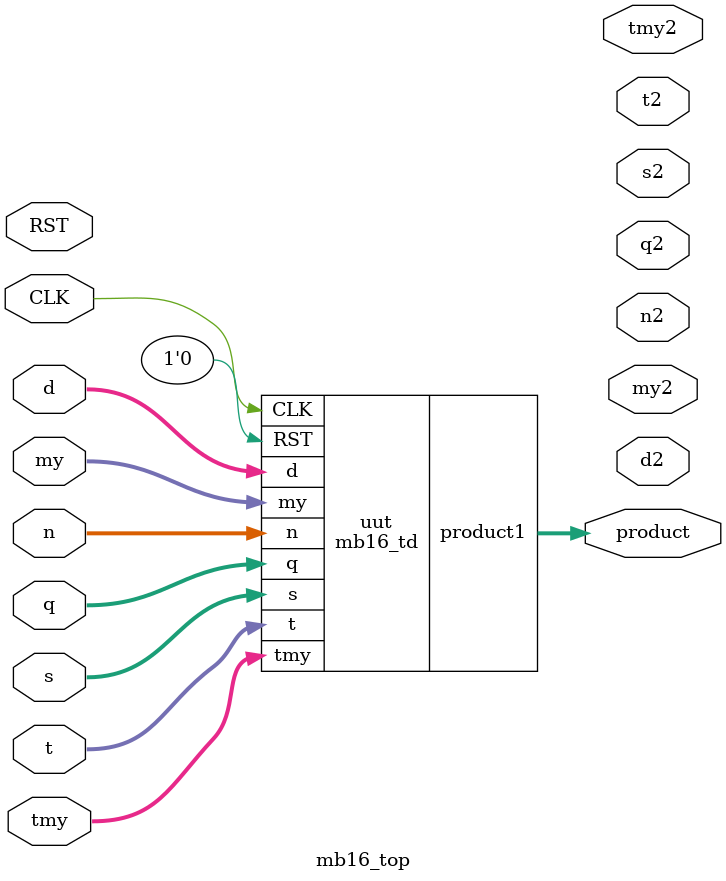
<source format=v>


module mb16 ( s, d, t, q, n, my, tmy, CLK, RST, product );
  input [5:0] s;
  input [5:0] d;
  input [5:0] t;
  input [5:0] q;
  input [5:0] n;
  input [15:0] my;
  input [17:0] tmy;
  output [31:0] product;
  input CLK, RST;
  wire   \st30[3] , n1058, n1059, n1060, \intadd_0/SUM[2] , \intadd_0/SUM[0] ,
         n1, n2, n3, n4, n5, n6, n7, n8, n9, n10, n11, n12, n14, n15, n16, n17,
         n18, n19, n20, n21, n22, n23, n24, n25, n26, n27, n28, n29, n30, n31,
         n32, n33, n34, n35, n36, n37, n38, n39, n40, n41, n42, n43, n44, n45,
         n46, n47, n48, n49, n50, n51, n52, n53, n54, n55, n56, n57, n58, n59,
         n60, n61, n62, n63, n64, n65, n66, n67, n68, n69, n70, n71, n72, n73,
         n74, n75, n76, n77, n78, n79, n80, n81, n82, n83, n84, n85, n86, n87,
         n88, n89, n90, n91, n92, n93, n94, n95, n96, n97, n98, n99, n100,
         n101, n102, n103, n104, n105, n106, n107, n108, n109, n110, n111,
         n112, n113, n114, n115, n116, n117, n118, n119, n120, n121, n122,
         n123, n124, n125, n126, n127, n128, n129, n130, n131, n132, n133,
         n134, n135, n136, n137, n138, n139, n140, n141, n142, n143, n144,
         n145, n146, n147, n148, n149, n150, n151, n152, n153, n154, n155,
         n156, n157, n158, n159, n160, n161, n162, n164, n165, n166, n167,
         n168, n169, n170, n171, n172, n173, n174, n175, n176, n177, n178,
         n179, n180, n181, n182, n183, n184, n185, n186, n187, n188, n189,
         n190, n191, n192, n193, n194, n195, n196, n197, n198, n199, n200,
         n201, n202, n203, n204, n205, n206, n207, n208, n209, n210, n211,
         n212, n213, n214, n215, n216, n217, n218, n219, n220, n221, n222,
         n223, n224, n225, n226, n227, n228, n229, n230, n231, n232, n233,
         n234, n235, n236, n237, n238, n239, n240, n241, n242, n243, n244,
         n245, n246, n247, n248, n249, n250, n251, n252, n253, n254, n255,
         n256, n257, n258, n259, n260, n261, n262, n263, n264, n265, n266,
         n267, n268, n269, n270, n271, n272, n273, n274, n275, n276, n277,
         n278, n279, n280, n281, n282, n283, n284, n285, n286, n287, n288,
         n289, n290, n291, n292, n293, n294, n295, n296, n297, n298, n299,
         n300, n301, n302, n303, n304, n305, n306, n307, n308, n309, n310,
         n311, n312, n313, n314, n315, n316, n317, n318, n319, n320, n321,
         n322, n323, n324, n325, n326, n327, n328, n329, n330, n331, n332,
         n333, n334, n335, n336, n337, n338, n339, n340, n341, n342, n343,
         n344, n345, n346, n347, n348, n349, n350, n351, n352, n353, n354,
         n355, n356, n357, n358, n359, n360, n361, n362, n363, n364, n365,
         n366, n367, n368, n369, n370, n371, n372, n373, n374, n375, n376,
         n377, n378, n379, n380, n381, n382, n383, n384, n385, n386, n387,
         n388, n389, n390, n391, n392, n393, n394, n395, n396, n397, n398,
         n399, n400, n401, n402, n403, n404, n405, n406, n407, n408, n409,
         n410, n411, n412, n413, n414, n415, n416, n417, n418, n419, n420,
         n421, n422, n423, n424, n425, n426, n427, n428, n429, n430, n431,
         n432, n433, n434, n435, n436, n437, n438, n439, n440, n441, n442,
         n443, n444, n445, n446, n447, n448, n449, n450, n451, n452, n453,
         n454, n455, n456, n457, n458, n459, n460, n461, n462, n463, n464,
         n465, n466, n467, n468, n469, n470, n471, n472, n473, n474, n475,
         n476, n477, n478, n479, n480, n481, n482, n483, n484, n485, n486,
         n487, n488, n489, n490, n491, n492, n493, n494, n495, n496, n497,
         n498, n499, n500, n501, n502, n503, n504, n505, n506, n507, n508,
         n509, n510, n511, n512, n513, n514, n515, n516, n517, n518, n519,
         n520, n521, n522, n523, n524, n525, n526, n527, n528, n529, n530,
         n531, n532, n533, n534, n535, n536, n537, n538, n539, n540, n541,
         n542, n543, n544, n545, n546, n547, n548, n549, n550, n551, n552,
         n553, n554, n555, n556, n557, n558, n559, n560, n561, n562, n563,
         n564, n565, n566, n567, n568, n569, n570, n571, n572, n573, n574,
         n575, n576, n577, n578, n579, n580, n581, n582, n583, n584, n585,
         n586, n587, n588, n589, n590, n591, n592, n593, n594, n595, n596,
         n597, n598, n599, n600, n601, n602, n603, n604, n605, n606, n607,
         n608, n609, n610, n611, n612, n613, n614, n615, n616, n617, n618,
         n619, n620, n621, n622, n623, n624, n625, n626, n627, n628, n629,
         n630, n631, n632, n633, n634, n635, n636, n637, n638, n639, n640,
         n641, n642, n643, n644, n645, n646, n647, n648, n649, n650, n651,
         n652, n653, n654, n655, n656, n657, n658, n659, n660, n661, n662,
         n663, n664, n665, n666, n667, n668, n669, n670, n671, n672, n673,
         n674, n675, n676, n677, n678, n679, n680, n681, n682, n683, n684,
         n685, n686, n687, n688, n689, n690, n691, n692, n693, n694, n695,
         n696, n697, n698, n699, n700, n701, n702, n703, n704, n705, n706,
         n707, n708, n709, n710, n711, n712, n713, n714, n715, n716, n717,
         n718, n719, n720, n721, n722, n723, n724, n725, n726, n727, n728,
         n729, n730, n731, n732, n733, n734, n735, n736, n737, n738, n739,
         n740, n741, n742, n743, n744, n745, n746, n747, n748, n749, n750,
         n751, n752, n753, n754, n755, n756, n757, n758, n759, n760, n761,
         n762, n763, n764, n765, n766, n767, n768, n769, n770, n771, n772,
         n773, n774, n775, n776, n777, n778, n779, n780, n781, n782, n783,
         n784, n785, n786, n787, n788, n789, n790, n791, n792, n793, n794,
         n795, n796, n797, n798, n799, n800, n801, n802, n803, n804, n805,
         n806, n807, n808, n809, n810, n811, n812, n813, n814, n815, n816,
         n817, n818, n819, n820, n821, n822, n823, n824, n825, n826, n827,
         n828, n829, n830, n831, n832, n833, n834, n835, n836, n837, n838,
         n839, n840, n841, n842, n843, n844, n845, n846, n847, n848, n849,
         n850, n851, n852, n853, n854, n855, n856, n857, n858, n859, n860,
         n861, n862, n863, n864, n865, n866, n867, n868, n869, n870, n871,
         n872, n873, n874, n875, n876, n877, n878, n879, n880, n881, n882,
         n883, n884, n885, n886, n887, n888, n889, n890, n891, n892, n893,
         n894, n895, n896, n897, n898, n899, n900, n901, n902, n903, n904,
         n905, n906, n907, n908, n909, n910, n911, n912, n913, n914, n915,
         n916, n917, n918, n919, n920, n921, n922, n923, n924, n925, n926,
         n927, n928, n929, n930, n931, n932, n933, n934, n935, n936, n937,
         n938, n939, n940, n941, n942, n943, n944, n945, n946, n947, n948,
         n949, n950, n951, n952, n953, n954, n955, n956, n957, n958, n959,
         n960, n961, n962, n963, n964, n965, n966, n967, n968, n969, n970,
         n971, n972, n973, n974, n975, n976, n977, n978, n979, n980, n981,
         n982, n983, n984, n985, n986, n987, n988, n989, n990, n991, n992,
         n993, n994, n995, n996, n997, n998, n999, n1000, n1001, n1002, n1003,
         n1004, n1005, n1006, n1007, n1008, n1009, n1010, n1011, n1012, n1013,
         n1014, n1015, n1016, n1017, n1018, n1019, n1020, n1021, n1022, n1023,
         n1024, n1026, n1027, n1028, n1029, n1030, n1031, n1032, n1033, n1034,
         n1035, n1036, n1037, n1038, n1039, n1040, n1041, n1042, n1043, n1044,
         n1045, n1046, n1048, n1050, n1054, n1055, n1061, n1062, n1063, n1064,
         n1065, n1066, n1067, n1068, n1069, n1070, n1071, n1072, n1073, n1074,
         n1075, n1076, n1077, n1078, n1079, n1080, n1081, n1082, n1083, n1084,
         n1085, n1086, n1087, n1088, n1089, n1090, n1091, n1092, n1093, n1094,
         n1095, n1096, n1097, n1098, n1099, n1100, n1101, n1102, n1103, n1104,
         n1105, n1106, n1107, n1108, n1109, n1110, n1111, n1112, n1113, n1114,
         n1115, n1116, n1117, n1118, n1119, n1120, n1121, n1122, n1123, n1124,
         n1125, n1126, n1127, n1128, n1129, n1130, n1131, n1132, n1133, n1134,
         n1135, n1136, n1137, n1138, n1139, n1140, n1141, n1142, n1143, n1144,
         n1145, n1146, n1147, n1148, n1149, n1150, n1151, n1152, n1153, n1154,
         n1155, n1156, n1157, n1158, n1159, n1160, n1161, n1162, n1163, n1164,
         n1165, n1166, n1167, n1168, n1169, n1170, n1171, n1172, n1173, n1174,
         n1175, n1176, n1177, n1178, n1179, n1180, n1181, n1182, n1183, n1184,
         n1185, n1186, n1187, n1188, n1189, n1190, n1191, n1192, n1193, n1194,
         n1195, n1196, n1197, n1198, n1199, n1200, n1201, n1202, n1203, n1204,
         n1205, n1206, n1207, n1208, n1209, n1210, n1211, n1212, n1213, n1214,
         n1215, n1216, n1217, n1218, n1219, n1220, n1221, n1222, n1223, n1224,
         n1225, n1226, n1227, n1228, n1229, n1230, n1231, n1232, n1233, n1234,
         n1235, n1236, n1237, n1238, n1239, n1240, n1241, n1242, n1243, n1244,
         n1245, n1246, n1247, n1248, n1249, n1250, n1251, n1252, n1253, n1254,
         n1255, n1256, n1257, n1258, n1259, n1260, n1261, n1262, n1263, n1264,
         n1265, n1266, n1267, n1268, n1269, n1270, n1271, n1272, n1273, n1274,
         n1275, n1276, n1277, n1278, n1279, n1280, n1281, n1282, n1283, n1284,
         n1285, n1286, n1287, n1288, n1289, n1290, n1291, n1292, n1293, n1294,
         n1295, n1296, n1297, n1298, n1299, n1300, n1301, n1302, n1303, n1304,
         n1305, n1306, n1307, n1308, n1309, n1310, n1311, n1312, n1313, n1314,
         n1315, n1316, n1317, n1318, n1319, n1320, n1321, n1322, n1323, n1324,
         n1325, n1326, n1327, n1328, n1329, n1330, n1331, n1332, n1333, n1334,
         n1335, n1336, n1337, n1338, n1339, n1340, n1341, n1342, n1343, n1344,
         n1345, n1346, n1347, n1348, n1349, n1350, n1351, n1352, n1353, n1354,
         n1355, n1356, n1357, n1358, n1359, n1360, n1361, n1362, n1363, n1364,
         n1365, n1366, n1367, n1368, n1369, n1370, n1371, n1372, n1373, n1374,
         n1375, n1376, n1377, n1378, n1379, n1380, n1381, n1382, n1383, n1384,
         n1385, n1386, n1387, n1388, n1389, n1390, n1391, n1392, n1393, n1394,
         n1395, n1396, n1397, n1398, n1399, n1400, n1401, n1402, n1403, n1404,
         n1405, n1406, n1407, n1408, n1409, n1410, n1411, n1412, n1413, n1414,
         n1415, n1416, n1417, n1418, n1419, n1420, n1421, n1422, n1423, n1424,
         n1425, n1426, n1427, n1428, n1429, n1430, n1431, n1433, n1434, n1435,
         n1436, n1437, n1438, n1439, n1440, n1441, n1442, n1443, n1444, n1445,
         n1446, n1447, n1448, n1449, n1450, n1451, n1452, n1453, n1454, n1455,
         n1456, n1457, n1458, n1459, n1460, n1461, n1462, n1463, n1464, n1465,
         n1466, n1467, n1468, n1469, n1470, n1471, n1472, n1473, n1474, n1475,
         n1476, n1477, n1478, n1479, n1480, n1481, n1482, n1483, n1484, n1485,
         n1486, n1487, n1488, n1489, n1490, n1491, n1492, n1493, n1494, n1495,
         n1496, n1497, n1498, n1499, n1500, n1501, n1502, n1503, n1504, n1505,
         n1506, n1507, n1508, n1509, n1510, n1511, n1512, n1513, n1514, n1515,
         n1516, n1517, n1518, n1519, n1520, n1521, n1522, n1523, n1524, n1525,
         n1526, n1527, n1528, n1529, n1530, n1531, n1532, n1533, n1534, n1535,
         n1536, n1537, n1538, n1539, n1540, n1541, n1542, n1543, n1544, n1545,
         n1546, n1547, n1548, n1549, n1550, n1551, n1552, n1553, n1554, n1555,
         n1556, n1557, n1558, n1559, n1560, n1561, n1562, n1563, n1564, n1565,
         n1566, n1567, n1568, n1569, n1570, n1571, n1572, n1573, n1574, n1575,
         n1576, n1577, n1578, n1579, n1580, n1581, n1582, n1583, n1584, n1585,
         n1586, n1587, n1588, n1589, n1590, n1591, n1592, n1593, n1594, n1595,
         n1596, n1597, n1598, n1599, n1600, n1601, n1602, n1603, n1604, n1605,
         n1606, n1607, n1608, n1609, n1610, n1611, n1612, n1613, n1614, n1615,
         n1616, n1617, n1618, n1619, n1620, n1621, n1622, n1623, n1624, n1625,
         n1626, n1627, n1628, n1629, n1630, n1631, n1632, n1633, n1634, n1635,
         n1636, n1637, n1638, n1639, n1640, n1641, n1642, n1643, n1644, n1645,
         n1646, n1647, n1648, n1649, n1650, n1651, n1652, n1653, n1654, n1655,
         n1656, n1657, n1658, n1659, n1660, n1661, n1662, n1663, n1664, n1665,
         n1666, n1667, n1668, n1669, n1670, n1671, n1672, n1673, n1674, n1675,
         n1676, n1677;
  wire   [27:0] prod;
  assign product[31] = prod[27];
  assign product[30] = prod[26];
  assign product[29] = prod[25];
  assign product[27] = prod[23];
  assign product[24] = prod[20];
  assign product[23] = prod[19];
  assign product[22] = prod[18];
  assign product[20] = prod[16];
  assign product[19] = prod[15];
  assign product[18] = prod[14];
  assign product[15] = prod[11];
  assign product[13] = prod[9];
  assign product[12] = prod[8];
  assign product[9] = prod[5];
  assign product[5] = prod[1];
  assign product[10] = \intadd_0/SUM[2] ;
  assign product[8] = \intadd_0/SUM[0] ;

  DFFX1_HVT \pipereg_reg[3]  ( .D(\st30[3] ), .CLK(CLK), .Q(product[3]) );
  DFFX1_HVT \pipereg_reg[2]  ( .D(n1059), .CLK(CLK), .Q(product[2]) );
  DFFX1_HVT \pipereg_reg[1]  ( .D(n1060), .CLK(CLK), .Q(product[1]) );
  DFFX1_HVT R_665 ( .D(n1610), .CLK(CLK), .Q(n1542) );
  DFFX1_HVT R_687 ( .D(n1602), .CLK(CLK), .Q(n1541) );
  DFFX1_HVT R_709 ( .D(n1619), .CLK(CLK), .Q(n1540), .QN(n235) );
  DFFX1_HVT R_725 ( .D(n1593), .CLK(CLK), .Q(n1539) );
  DFFX1_HVT R_734 ( .D(n1633), .CLK(CLK), .Q(n1538), .QN(n238) );
  DFFX1_HVT R_736 ( .D(n1643), .CLK(CLK), .Q(n1537) );
  DFFX1_HVT R_738 ( .D(n1642), .CLK(CLK), .Q(n1536) );
  DFFX1_HVT R_758 ( .D(n1637), .CLK(CLK), .Q(n1535) );
  DFFX1_HVT R_759 ( .D(n1636), .CLK(CLK), .Q(n1534) );
  DFFX1_HVT R_766 ( .D(n1569), .CLK(CLK), .Q(n1533) );
  DFFX1_HVT R_767 ( .D(n1568), .CLK(CLK), .QN(n240) );
  DFFX1_HVT R_771 ( .D(n1598), .CLK(CLK), .Q(n1532) );
  DFFX1_HVT R_790 ( .D(n1646), .CLK(CLK), .Q(n1531) );
  DFFX1_HVT R_791 ( .D(n1645), .CLK(CLK), .Q(n1530) );
  DFFX1_HVT R_796 ( .D(n1574), .CLK(CLK), .Q(n1529) );
  DFFX1_HVT R_799 ( .D(n1624), .CLK(CLK), .Q(n1528) );
  DFFX1_HVT R_816 ( .D(n1632), .CLK(CLK), .Q(n1527) );
  DFFX1_HVT R_817 ( .D(n1631), .CLK(CLK), .Q(n1526) );
  DFFX1_HVT R_830 ( .D(n1607), .CLK(CLK), .Q(n1525) );
  DFFX1_HVT R_837 ( .D(n1675), .CLK(CLK), .Q(n1524) );
  DFFX1_HVT R_838 ( .D(n1674), .CLK(CLK), .Q(n1523) );
  DFFX1_HVT R_845 ( .D(n1627), .CLK(CLK), .Q(n1522) );
  DFFX1_HVT R_848 ( .D(n1558), .CLK(CLK), .Q(n1521) );
  DFFX1_HVT R_850 ( .D(n1557), .CLK(CLK), .Q(n1520) );
  DFFX1_HVT R_855 ( .D(n1651), .CLK(CLK), .Q(n1519) );
  DFFX1_HVT R_856 ( .D(n1617), .CLK(CLK), .Q(n1518) );
  DFFX1_HVT R_857 ( .D(n1612), .CLK(CLK), .Q(n1517) );
  DFFX1_HVT R_858 ( .D(n1611), .CLK(CLK), .Q(n1516) );
  DFFX1_HVT R_860 ( .D(n1588), .CLK(CLK), .Q(n1514) );
  DFFX1_HVT R_863 ( .D(n265), .CLK(CLK), .Q(n1513) );
  DFFX1_HVT R_869 ( .D(n1613), .CLK(CLK), .QN(n260) );
  DFFX1_HVT R_880 ( .D(n229), .CLK(CLK), .Q(n1512) );
  DFFX1_HVT R_886 ( .D(n1625), .CLK(CLK), .Q(n1511) );
  DFFX1_HVT R_889 ( .D(n1549), .CLK(CLK), .Q(n1510) );
  DFFX1_HVT R_900 ( .D(n1618), .CLK(CLK), .Q(n1509) );
  DFFX1_HVT R_911 ( .D(n1652), .CLK(CLK), .Q(n1508) );
  DFFX1_HVT R_915 ( .D(n1601), .CLK(CLK), .Q(n1507) );
  DFFX1_HVT R_921 ( .D(n1648), .CLK(CLK), .Q(n1506) );
  DFFX1_HVT R_924 ( .D(n1545), .CLK(CLK), .Q(n1505) );
  DFFX1_HVT R_928 ( .D(n1667), .CLK(CLK), .Q(n1503) );
  DFFX1_HVT R_929 ( .D(n1650), .CLK(CLK), .Q(n1502) );
  DFFX1_HVT R_930 ( .D(n1649), .CLK(CLK), .Q(n1501) );
  DFFX1_HVT R_932 ( .D(n1583), .CLK(CLK), .QN(n275) );
  DFFX1_HVT R_933 ( .D(n1584), .CLK(CLK), .QN(n239) );
  DFFX1_HVT R_934 ( .D(n1587), .CLK(CLK), .Q(n1500) );
  DFFX1_HVT R_935 ( .D(n1586), .CLK(CLK), .Q(n1499) );
  DFFX1_HVT R_939 ( .D(n1562), .CLK(CLK), .Q(n1498) );
  DFFX1_HVT R_940 ( .D(n1561), .CLK(CLK), .Q(n1497) );
  DFFX1_HVT R_943 ( .D(n1604), .CLK(CLK), .Q(n1496) );
  DFFX1_HVT R_944 ( .D(n1436), .CLK(CLK), .Q(n1495) );
  DFFX1_HVT R_946 ( .D(n1658), .CLK(CLK), .Q(n1494) );
  DFFX1_HVT R_947 ( .D(n1559), .CLK(CLK), .Q(n1493) );
  DFFX1_HVT R_948 ( .D(n1560), .CLK(CLK), .Q(n1492) );
  DFFX1_HVT R_949 ( .D(n1592), .CLK(CLK), .Q(n1491) );
  DFFX1_HVT R_950 ( .D(n1591), .CLK(CLK), .Q(n1490) );
  DFFX1_HVT R_951 ( .D(n1590), .CLK(CLK), .Q(n1489) );
  DFFX1_HVT R_953 ( .D(n1623), .CLK(CLK), .Q(n1488) );
  DFFX1_HVT R_954 ( .D(n1622), .CLK(CLK), .Q(n1487) );
  DFFX1_HVT R_958 ( .D(n1628), .CLK(CLK), .Q(n1485) );
  DFFX1_HVT R_960 ( .D(n1638), .CLK(CLK), .Q(n1484) );
  DFFX1_HVT R_962 ( .D(n1665), .CLK(CLK), .Q(n1483) );
  DFFX1_HVT R_964 ( .D(n1664), .CLK(CLK), .Q(n1482) );
  DFFX1_HVT R_965 ( .D(n1663), .CLK(CLK), .Q(n1481) );
  DFFX1_HVT R_974 ( .D(n1673), .CLK(CLK), .Q(n1480) );
  DFFX1_HVT R_975 ( .D(n1672), .CLK(CLK), .Q(n1479) );
  DFFX1_HVT R_977 ( .D(n1670), .CLK(CLK), .Q(n1478) );
  DFFX1_HVT R_978 ( .D(n1603), .CLK(CLK), .QN(n264) );
  DFFX1_HVT R_979 ( .D(n1605), .CLK(CLK), .QN(n276) );
  DFFX1_HVT R_980 ( .D(n1594), .CLK(CLK), .QN(n263) );
  DFFX1_HVT R_981 ( .D(n1655), .CLK(CLK), .Q(n1477) );
  DFFX1_HVT R_982 ( .D(n1654), .CLK(CLK), .Q(n1476) );
  DFFX1_HVT R_983 ( .D(n1554), .CLK(CLK), .Q(n1475) );
  DFFX1_HVT R_985 ( .D(n1548), .CLK(CLK), .QN(n272) );
  DFFX1_HVT R_986 ( .D(n1546), .CLK(CLK), .QN(n273) );
  DFFX1_HVT R_988 ( .D(n1596), .CLK(CLK), .Q(n1474) );
  DFFX1_HVT R_989 ( .D(n1595), .CLK(CLK), .Q(n1473) );
  DFFX1_HVT R_990 ( .D(n1556), .CLK(CLK), .Q(n1472) );
  DFFX1_HVT R_991 ( .D(n1555), .CLK(CLK), .Q(n1471) );
  DFFX1_HVT R_994 ( .D(n1571), .CLK(CLK), .Q(n1470) );
  DFFX1_HVT R_996 ( .D(n1641), .CLK(CLK), .Q(n1469) );
  DFFX1_HVT R_997 ( .D(n1640), .CLK(CLK), .Q(n1468) );
  DFFX1_HVT R_1000 ( .D(n1576), .CLK(CLK), .Q(n1467) );
  DFFX1_HVT R_1003 ( .D(n1433), .CLK(CLK), .Q(n1466) );
  DFFX1_HVT R_1005 ( .D(n1565), .CLK(CLK), .Q(n1465) );
  DFFX1_HVT R_1006 ( .D(n1564), .CLK(CLK), .Q(n1464) );
  DFFX1_HVT R_1007 ( .D(n1563), .CLK(CLK), .Q(n1463) );
  DFFX1_HVT R_1008 ( .D(n220), .CLK(CLK), .Q(n1462) );
  DFFX1_HVT R_1009 ( .D(n1656), .CLK(CLK), .Q(n1461) );
  DFFX1_HVT R_1015 ( .D(n1635), .CLK(CLK), .Q(n1460) );
  DFFX1_HVT R_1016 ( .D(n10), .CLK(CLK), .Q(n1459) );
  DFFX1_HVT R_1017 ( .D(n1634), .CLK(CLK), .Q(n1458) );
  DFFX1_HVT R_1020 ( .D(n236), .CLK(CLK), .QN(n375) );
  DFFX1_HVT R_1021 ( .D(n249), .CLK(CLK), .Q(n1457) );
  DFFX1_HVT R_1022 ( .D(n257), .CLK(CLK), .Q(n1456) );
  DFFX1_HVT R_1023 ( .D(n1581), .CLK(CLK), .QN(n269) );
  DFFX1_HVT R_1024 ( .D(n1589), .CLK(CLK), .QN(n270) );
  DFFX1_HVT R_1025 ( .D(n1669), .CLK(CLK), .Q(n1455) );
  DFFX1_HVT R_1029 ( .D(n1579), .CLK(CLK), .Q(n1453) );
  DFFX1_HVT R_1030 ( .D(n1578), .CLK(CLK), .Q(n1452) );
  DFFX1_HVT R_1031 ( .D(n1577), .CLK(CLK), .Q(n1451) );
  DFFX1_HVT R_1045 ( .D(n1677), .CLK(CLK), .Q(n1450) );
  DFFX1_HVT R_1046 ( .D(n1661), .CLK(CLK), .Q(n1449), .QN(n1434) );
  DFFX1_HVT R_1048 ( .D(n1662), .CLK(CLK), .Q(n1448) );
  DFFX1_HVT R_1049 ( .D(n1666), .CLK(CLK), .Q(n1447), .QN(n1435) );
  DFFX1_HVT R_1055 ( .D(n1676), .CLK(CLK), .Q(n1446), .QN(n1437) );
  DFFX1_HVT R_1056 ( .D(n1671), .CLK(CLK), .Q(n1445) );
  DFFX1_HVT R_1057 ( .D(n1653), .CLK(CLK), .Q(n1444) );
  DFFX1_HVT R_1058 ( .D(n1606), .CLK(CLK), .Q(n1443) );
  DFFX1_HVT R_1059 ( .D(n1551), .CLK(CLK), .Q(n1442) );
  DFFX1_HVT R_1060 ( .D(n1550), .CLK(CLK), .Q(n1441) );
  DFFX1_HVT R_1061 ( .D(n1659), .CLK(CLK), .Q(n1439) );
  DFFX1_HVT R_1062 ( .D(n1660), .CLK(CLK), .Q(n1438) );
  DFFX1_HVT R_1028 ( .D(n1580), .CLK(CLK), .Q(n1454) );
  DFFX1_HVT R_925 ( .D(n1544), .CLK(CLK), .Q(n1504) );
  DFFX1_HVT R_1011 ( .D(n1570), .CLK(CLK), .QN(n227) );
  DFFX1_HVT R_956 ( .D(n1630), .CLK(CLK), .Q(n1486) );
  DFFX1_HVT \pipereg_reg[0]  ( .D(n1543), .CLK(CLK), .QN(product[0]) );
  DFFASX1_HVT \pipereg_reg[4]  ( .D(n1058), .CLK(CLK), .SETB(1'b1), .Q(
        product[4]) );
  DFFX1_HVT R_859 ( .D(n1582), .CLK(CLK), .Q(n1515) );
  DFFX2_HVT R_669 ( .D(n1597), .CLK(CLK), .QN(n277) );
  DFFX1_HVT R_1063 ( .D(n1553), .CLK(CLK), .Q(n208) );
  DFFX1_HVT R_1064 ( .D(n1668), .CLK(CLK), .Q(n207) );
  DFFX1_HVT R_1065 ( .D(n1657), .CLK(CLK), .Q(n206), .QN(n205) );
  DFFX1_HVT R_1066 ( .D(n1639), .CLK(CLK), .Q(n204) );
  DFFX1_HVT R_1067 ( .D(n1615), .CLK(CLK), .Q(n203) );
  DFFX1_HVT R_1068 ( .D(n1616), .CLK(CLK), .Q(n202), .QN(n201) );
  DFFX1_HVT R_1069 ( .D(n1614), .CLK(CLK), .Q(n200) );
  DFFX1_HVT R_1070 ( .D(n1608), .CLK(CLK), .Q(n199), .QN(n198) );
  DFFX1_HVT R_1071 ( .D(n1599), .CLK(CLK), .Q(n197) );
  DFFX1_HVT R_1072 ( .D(n1585), .CLK(CLK), .Q(n196), .QN(n195) );
  DFFX1_HVT R_1073 ( .D(n1575), .CLK(CLK), .Q(n194) );
  DFFX1_HVT R_1074 ( .D(n1572), .CLK(CLK), .Q(n193), .QN(n192) );
  DFFX1_HVT R_1075 ( .D(n1573), .CLK(CLK), .Q(n191), .QN(n190) );
  DFFX1_HVT R_1076 ( .D(n1567), .CLK(CLK), .Q(n189), .QN(n188) );
  DFFX1_HVT R_1077 ( .D(n1547), .CLK(CLK), .Q(n187), .QN(n186) );
  DFFX1_HVT R_1078 ( .D(n1440), .CLK(CLK), .Q(n185), .QN(n184) );
  DFFX1_HVT R_1079 ( .D(n1629), .CLK(CLK), .Q(n183), .QN(n182) );
  DFFX1_HVT R_1080 ( .D(n1600), .CLK(CLK), .Q(n181), .QN(n180) );
  DFFX1_HVT R_1081 ( .D(n1566), .CLK(CLK), .Q(n179) );
  DFFX1_HVT R_1082 ( .D(n1609), .CLK(CLK), .Q(n178) );
  DFFX1_HVT R_1083 ( .D(n1644), .CLK(CLK), .Q(n177) );
  DFFX1_HVT R_1084 ( .D(n1621), .CLK(CLK), .Q(n176) );
  DFFX1_HVT R_1085 ( .D(n1552), .CLK(CLK), .Q(n175) );
  DFFX1_HVT R_1086 ( .D(n1626), .CLK(CLK), .Q(n174) );
  DFFX1_HVT R_1087 ( .D(n223), .CLK(CLK), .QN(n173) );
  XOR3X1_HVT U3 ( .A1(n1276), .A2(n1281), .A3(n1275), .Y(n1614) );
  XOR3X1_HVT U4 ( .A1(n1131), .A2(n1133), .A3(n1132), .Y(n1568) );
  XOR3X1_HVT U5 ( .A1(n1373), .A2(n1283), .A3(n1629), .Y(n1624) );
  XOR3X1_HVT U6 ( .A1(n1275), .A2(n1276), .A3(n1279), .Y(n1609) );
  XOR3X1_HVT U7 ( .A1(n1373), .A2(n1372), .A3(n1371), .Y(n1650) );
  XOR3X1_HVT U8 ( .A1(n1195), .A2(n1125), .A3(n1124), .Y(n1572) );
  XOR3X1_HVT U9 ( .A1(n1349), .A2(n1364), .A3(n1371), .Y(n1651) );
  XOR2X1_HVT U10 ( .A1(n215), .A2(n897), .Y(n726) );
  XOR3X1_HVT U11 ( .A1(n[0]), .A2(n1219), .A3(n1218), .Y(n1222) );
  OAI21X1_HVT U12 ( .A1(n372), .A2(n371), .A3(n1035), .Y(n234) );
  XOR2X1_HVT U13 ( .A1(n145), .A2(n1365), .Y(n1371) );
  XOR3X1_HVT U14 ( .A1(n1433), .A2(n878), .A3(n877), .Y(n892) );
  XOR3X1_HVT U15 ( .A1(n678), .A2(n676), .A3(n588), .Y(n1101) );
  XOR2X1_HVT U16 ( .A1(n1218), .A2(n1175), .Y(n1176) );
  XOR2X1_HVT U17 ( .A1(n1240), .A2(n216), .Y(n1244) );
  XOR3X1_HVT U18 ( .A1(n1104), .A2(n827), .A3(n766), .Y(n840) );
  XOR2X1_HVT U19 ( .A1(n1366), .A2(n1433), .Y(n1367) );
  XOR2X1_HVT U20 ( .A1(n142), .A2(n718), .Y(n877) );
  XOR2X1_HVT U21 ( .A1(n825), .A2(n824), .Y(n134) );
  XOR3X1_HVT U22 ( .A1(n854), .A2(n1416), .A3(n1414), .Y(n866) );
  XNOR2X1_HVT U23 ( .A1(n1179), .A2(n216), .Y(n1194) );
  XOR2X1_HVT U24 ( .A1(n886), .A2(n1217), .Y(n717) );
  INVX1_HVT U25 ( .A(n1433), .Y(n1656) );
  XNOR2X1_HVT U26 ( .A1(n42), .A2(n1201), .Y(n830) );
  NAND2X2_HVT U27 ( .A1(n511), .A2(n510), .Y(n337) );
  INVX2_HVT U28 ( .A(n377), .Y(n1217) );
  NBUFFX2_HVT U29 ( .A(n[4]), .Y(n266) );
  XOR3X1_HVT U30 ( .A1(n194), .A2(n1529), .A3(n456), .Y(n1231) );
  XOR3X1_HVT U31 ( .A1(n1537), .A2(n177), .A3(n1536), .Y(n1322) );
  INVX1_HVT U32 ( .A(q[2]), .Y(n1146) );
  XOR2X1_HVT U33 ( .A1(n1503), .A2(n207), .Y(n80) );
  INVX0_HVT U34 ( .A(n8), .Y(n1) );
  XNOR2X1_HVT U35 ( .A1(n1472), .A2(n1471), .Y(n572) );
  XNOR2X1_HVT U36 ( .A1(n1496), .A2(n1495), .Y(n170) );
  INVX1_HVT U37 ( .A(d[5]), .Y(n1426) );
  NBUFFX2_HVT U38 ( .A(n[1]), .Y(n377) );
  INVX1_HVT U39 ( .A(n1327), .Y(n165) );
  INVX1_HVT U40 ( .A(n428), .Y(n282) );
  NAND2X0_HVT U41 ( .A1(n2), .A2(n1), .Y(n130) );
  NAND2X0_HVT U42 ( .A1(n291), .A2(n290), .Y(n2) );
  OA22X1_HVT U43 ( .A1(n1165), .A2(n1293), .A3(n1295), .A4(n1163), .Y(n290) );
  AND2X1_HVT U44 ( .A1(n1312), .A2(n1382), .Y(n1310) );
  INVX1_HVT U45 ( .A(n21), .Y(n492) );
  INVX2_HVT U46 ( .A(s[3]), .Y(n774) );
  XNOR2X2_HVT U47 ( .A1(n845), .A2(n844), .Y(n1552) );
  OA22X1_HVT U48 ( .A1(n459), .A2(n1035), .A3(n458), .A4(n457), .Y(n1020) );
  OR2X2_HVT U49 ( .A1(n436), .A2(n1253), .Y(n1251) );
  OR2X2_HVT U50 ( .A1(n1135), .A2(n1134), .Y(n1187) );
  INVX1_HVT U51 ( .A(n1559), .Y(n1562) );
  NBUFFX2_HVT U52 ( .A(n1359), .Y(n3) );
  NBUFFX2_HVT U53 ( .A(n70), .Y(n4) );
  XOR2X2_HVT U54 ( .A1(n5), .A2(n507), .Y(product[28]) );
  AO22X1_HVT U55 ( .A1(n166), .A2(n505), .A3(n164), .A4(n593), .Y(n5) );
  INVX1_HVT U56 ( .A(n1011), .Y(n1013) );
  XOR3X2_HVT U57 ( .A1(n826), .A2(n1104), .A3(n42), .Y(n767) );
  NAND4X0_HVT U58 ( .A1(n661), .A2(n663), .A3(n660), .A4(n662), .Y(n42) );
  NAND4X0_HVT U59 ( .A1(n1026), .A2(n6), .A3(n1024), .A4(n250), .Y(prod[27])
         );
  OR2X1_HVT U60 ( .A1(n1021), .A2(n1019), .Y(n6) );
  XOR2X1_HVT U61 ( .A1(n269), .A2(n270), .Y(n434) );
  INVX1_HVT U62 ( .A(d[2]), .Y(n1141) );
  XOR2X1_HVT U63 ( .A1(n[3]), .A2(n[4]), .Y(n1398) );
  XOR2X1_HVT U64 ( .A1(n1444), .A2(n1519), .Y(n1350) );
  XOR2X1_HVT U65 ( .A1(n672), .A2(n819), .Y(n673) );
  XOR2X1_HVT U66 ( .A1(n1263), .A2(n1433), .Y(n104) );
  XOR2X1_HVT U67 ( .A1(n1109), .A2(n1110), .Y(n1103) );
  XOR2X1_HVT U68 ( .A1(n854), .A2(n853), .Y(n857) );
  XNOR2X1_HVT U69 ( .A1(n1398), .A2(n[5]), .Y(n1389) );
  NBUFFX4_HVT U70 ( .A(n258), .Y(n1210) );
  NAND3X1_HVT U71 ( .A1(n630), .A2(n631), .A3(n632), .Y(n960) );
  OR2X1_HVT U72 ( .A1(n447), .A2(n448), .Y(n1234) );
  XOR2X1_HVT U73 ( .A1(n1269), .A2(n1268), .Y(n1275) );
  XOR2X1_HVT U74 ( .A1(n1084), .A2(n1085), .Y(n1088) );
  XOR2X1_HVT U75 ( .A1(n1433), .A2(n897), .Y(n904) );
  XNOR2X1_HVT U76 ( .A1(n1078), .A2(n1077), .Y(n1083) );
  NOR2X0_HVT U77 ( .A1(n11), .A2(n366), .Y(n7) );
  INVX2_HVT U78 ( .A(n[0]), .Y(n1201) );
  OR2X2_HVT U79 ( .A1(n1307), .A2(n1306), .Y(n491) );
  XNOR2X1_HVT U80 ( .A1(n860), .A2(n861), .Y(n43) );
  NAND2X2_HVT U81 ( .A1(n340), .A2(n339), .Y(n894) );
  NAND2X2_HVT U82 ( .A1(n392), .A2(n393), .Y(n1247) );
  NAND3X1_HVT U83 ( .A1(n1380), .A2(n417), .A3(n985), .Y(n23) );
  INVX0_HVT U84 ( .A(n1355), .Y(n20) );
  INVX0_HVT U85 ( .A(n1552), .Y(n1558) );
  INVX0_HVT U86 ( .A(n146), .Y(n459) );
  INVX0_HVT U87 ( .A(n1397), .Y(n1401) );
  INVX0_HVT U88 ( .A(n1234), .Y(n11) );
  XOR3X2_HVT U89 ( .A1(n857), .A2(n856), .A3(n855), .Y(n1409) );
  INVX0_HVT U90 ( .A(n1365), .Y(n1366) );
  INVX0_HVT U91 ( .A(n903), .Y(n901) );
  OR2X2_HVT U92 ( .A1(n610), .A2(n303), .Y(n1188) );
  INVX1_HVT U93 ( .A(n894), .Y(n338) );
  INVX1_HVT U94 ( .A(n889), .Y(n876) );
  INVX0_HVT U95 ( .A(n1374), .Y(n29) );
  INVX0_HVT U96 ( .A(n797), .Y(n40) );
  INVX0_HVT U97 ( .A(n821), .Y(n765) );
  XOR3X2_HVT U98 ( .A1(n174), .A2(n1528), .A3(n428), .Y(n461) );
  INVX0_HVT U99 ( .A(n238), .Y(n109) );
  INVX0_HVT U100 ( .A(tmy[5]), .Y(n1297) );
  INVX0_HVT U101 ( .A(tmy[6]), .Y(n1144) );
  INVX1_HVT U102 ( .A(t[5]), .Y(n1425) );
  INVX1_HVT U103 ( .A(n377), .Y(n8) );
  OR3X1_HVT U104 ( .A1(n1329), .A2(n1332), .A3(n108), .Y(n1333) );
  INVX0_HVT U105 ( .A(n464), .Y(n1019) );
  XOR3X1_HVT U106 ( .A1(n1266), .A2(n24), .A3(n234), .Y(product[17]) );
  NAND3X1_HVT U107 ( .A1(n950), .A2(n952), .A3(n951), .Y(n956) );
  INVX0_HVT U108 ( .A(n1641), .Y(n1639) );
  NAND3X1_HVT U109 ( .A1(n949), .A2(n954), .A3(n953), .Y(n957) );
  OR2X1_HVT U110 ( .A1(n1327), .A2(n288), .Y(n284) );
  INVX0_HVT U111 ( .A(n1643), .Y(n1645) );
  INVX0_HVT U112 ( .A(n147), .Y(n504) );
  NAND4X0_HVT U113 ( .A1(n1008), .A2(n1011), .A3(n1010), .A4(n23), .Y(n1021)
         );
  INVX0_HVT U114 ( .A(n859), .Y(n865) );
  INVX0_HVT U115 ( .A(n1584), .Y(n1586) );
  INVX0_HVT U116 ( .A(n1550), .Y(n1549) );
  INVX0_HVT U117 ( .A(n1369), .Y(n1654) );
  NAND2X2_HVT U118 ( .A1(n113), .A2(n460), .Y(n1359) );
  INVX0_HVT U119 ( .A(n1651), .Y(n1652) );
  INVX0_HVT U120 ( .A(n1655), .Y(n1370) );
  INVX1_HVT U121 ( .A(n1180), .Y(n1195) );
  INVX0_HVT U122 ( .A(n1659), .Y(n1408) );
  INVX0_HVT U123 ( .A(n1578), .Y(n1575) );
  AND2X1_HVT U124 ( .A1(n968), .A2(n261), .Y(n1037) );
  INVX0_HVT U125 ( .A(n1040), .Y(n52) );
  INVX1_HVT U126 ( .A(n89), .Y(n1635) );
  INVX0_HVT U127 ( .A(n491), .Y(n294) );
  XOR2X1_HVT U128 ( .A1(n21), .A2(n592), .Y(n594) );
  OA21X1_HVT U129 ( .A1(n489), .A2(n490), .A3(n4), .Y(n463) );
  INVX0_HVT U130 ( .A(n958), .Y(n959) );
  OR2X1_HVT U131 ( .A1(n323), .A2(n322), .Y(n221) );
  OR2X1_HVT U132 ( .A1(n1368), .A2(n145), .Y(n144) );
  NOR2X0_HVT U133 ( .A1(n797), .A2(n798), .Y(n39) );
  INVX0_HVT U134 ( .A(n1612), .Y(n1594) );
  INVX1_HVT U135 ( .A(n215), .Y(n1373) );
  AND3X1_HVT U136 ( .A1(n830), .A2(n831), .A3(n829), .Y(n1133) );
  INVX0_HVT U137 ( .A(n1194), .Y(n9) );
  INVX1_HVT U138 ( .A(n941), .Y(n1250) );
  INVX1_HVT U139 ( .A(n1305), .Y(n10) );
  AND2X1_HVT U140 ( .A1(n717), .A2(n716), .Y(n875) );
  XOR3X1_HVT U141 ( .A1(n1433), .A2(n1226), .A3(n1225), .Y(n1227) );
  INVX0_HVT U142 ( .A(n1393), .Y(n698) );
  NBUFFX2_HVT U143 ( .A(n1620), .Y(n223) );
  INVX0_HVT U144 ( .A(n38), .Y(n37) );
  XOR2X1_HVT U145 ( .A1(n1380), .A2(n1379), .Y(n1388) );
  INVX1_HVT U146 ( .A(n62), .Y(n728) );
  NAND3X0_HVT U147 ( .A1(n96), .A2(n93), .A3(n92), .Y(n91) );
  INVX0_HVT U148 ( .A(n902), .Y(n244) );
  INVX0_HVT U149 ( .A(n819), .Y(n824) );
  INVX0_HVT U150 ( .A(n352), .Y(n1248) );
  INVX0_HVT U151 ( .A(n1217), .Y(n87) );
  INVX0_HVT U152 ( .A(n274), .Y(n743) );
  XOR2X1_HVT U153 ( .A1(n142), .A2(n266), .Y(n649) );
  XOR2X1_HVT U154 ( .A1(n1347), .A2(n[3]), .Y(n27) );
  INVX0_HVT U155 ( .A(n437), .Y(n435) );
  INVX1_HVT U156 ( .A(n1342), .Y(n143) );
  NAND2X2_HVT U157 ( .A1(n629), .A2(n628), .Y(n889) );
  INVX1_HVT U158 ( .A(n896), .Y(n897) );
  INVX0_HVT U159 ( .A(n378), .Y(n394) );
  NAND2X0_HVT U160 ( .A1(n153), .A2(n152), .Y(n148) );
  INVX1_HVT U161 ( .A(n[5]), .Y(n1395) );
  INVX1_HVT U162 ( .A(n1350), .Y(n12) );
  INVX0_HVT U163 ( .A(n1165), .Y(n97) );
  INVX1_HVT U164 ( .A(n266), .Y(n1422) );
  NAND4X0_HVT U165 ( .A1(n684), .A2(n683), .A3(n682), .A4(n685), .Y(n861) );
  AND2X1_HVT U166 ( .A1(n362), .A2(n363), .Y(n36) );
  INVX1_HVT U167 ( .A(n[3]), .Y(n172) );
  OR2X1_HVT U168 ( .A1(n1145), .A2(n1118), .Y(n63) );
  INVX2_HVT U169 ( .A(s[4]), .Y(n922) );
  INVX2_HVT U170 ( .A(my[3]), .Y(n1296) );
  INVX0_HVT U171 ( .A(tmy[13]), .Y(n790) );
  INVX2_HVT U172 ( .A(t[4]), .Y(n925) );
  INVX2_HVT U173 ( .A(q[1]), .Y(n1169) );
  INVX2_HVT U174 ( .A(q[0]), .Y(n1159) );
  INVX1_HVT U175 ( .A(my[7]), .Y(n1170) );
  OA21X1_HVT U176 ( .A1(n1073), .A2(n1385), .A3(n158), .Y(n157) );
  AND2X1_HVT U177 ( .A1(n331), .A2(n332), .Y(n1385) );
  AND2X1_HVT U178 ( .A1(n14), .A2(n1044), .Y(n332) );
  NAND2X0_HVT U179 ( .A1(n52), .A2(n53), .Y(n14) );
  NAND2X0_HVT U180 ( .A1(n1352), .A2(n1037), .Y(n331) );
  AND2X1_HVT U181 ( .A1(n1036), .A2(n1312), .Y(n1352) );
  NAND2X0_HVT U182 ( .A1(n1306), .A2(n1307), .Y(n70) );
  AO22X1_HVT U183 ( .A1(n427), .A2(n1538), .A3(n16), .A4(n15), .Y(n1306) );
  OR2X1_HVT U184 ( .A1(n109), .A2(n427), .Y(n15) );
  XOR3X2_HVT U185 ( .A1(n1460), .A2(n1459), .A3(n1458), .Y(n16) );
  NAND4X0_HVT U186 ( .A1(n1363), .A2(n19), .A3(n1362), .A4(n17), .Y(prod[19])
         );
  NAND3X0_HVT U187 ( .A1(n20), .A2(n18), .A3(n1361), .Y(n17) );
  NAND2X0_HVT U188 ( .A1(n1358), .A2(n3), .Y(n18) );
  OA22X1_HVT U189 ( .A1(n1360), .A2(n1357), .A3(n1356), .A4(n20), .Y(n19) );
  OR2X1_HVT U190 ( .A1(n1351), .A2(n1352), .Y(n1355) );
  AO21X1_HVT U191 ( .A1(n487), .A2(n488), .A3(n231), .Y(n489) );
  XOR3X2_HVT U192 ( .A1(n1457), .A2(n375), .A3(n1456), .Y(n487) );
  NAND2X2_HVT U193 ( .A1(n21), .A2(n592), .Y(n1382) );
  OA21X1_HVT U194 ( .A1(n283), .A2(n281), .A3(n426), .Y(n21) );
  AND3X1_HVT U195 ( .A1(n491), .A2(n218), .A3(n22), .Y(n1040) );
  NAND2X0_HVT U196 ( .A1(n489), .A2(n490), .Y(n22) );
  NAND2X0_HVT U197 ( .A1(n312), .A2(n237), .Y(n218) );
  NAND2X0_HVT U198 ( .A1(n514), .A2(n970), .Y(n167) );
  NAND2X0_HVT U199 ( .A1(n1040), .A2(n494), .Y(n970) );
  NAND3X0_HVT U200 ( .A1(n70), .A2(n492), .A3(n493), .Y(n494) );
  AND3X1_HVT U201 ( .A1(n968), .A2(n23), .A3(n261), .Y(n514) );
  NAND2X0_HVT U202 ( .A1(n409), .A2(n12), .Y(n261) );
  NAND2X0_HVT U203 ( .A1(n1038), .A2(n218), .Y(n968) );
  AND2X1_HVT U204 ( .A1(n37), .A2(n1322), .Y(n1038) );
  OR2X1_HVT U205 ( .A1(n1266), .A2(n24), .Y(n953) );
  AND2X1_HVT U206 ( .A1(n169), .A2(n168), .Y(n24) );
  INVX0_HVT U207 ( .A(n25), .Y(n467) );
  NAND2X0_HVT U208 ( .A1(n1020), .A2(n1023), .Y(n25) );
  NAND3X0_HVT U209 ( .A1(n1019), .A2(n25), .A3(n465), .Y(n469) );
  NAND3X0_HVT U210 ( .A1(n1019), .A2(n25), .A3(n1007), .Y(n1026) );
  NAND2X0_HVT U211 ( .A1(n850), .A2(n146), .Y(n457) );
  AND2X1_HVT U212 ( .A1(n460), .A2(n952), .Y(n146) );
  NAND3X0_HVT U213 ( .A1(n169), .A2(n1266), .A3(n168), .Y(n952) );
  NAND2X0_HVT U214 ( .A1(n444), .A2(n1443), .Y(n168) );
  XOR3X2_HVT U215 ( .A1(n1541), .A2(n178), .A3(n442), .Y(n1266) );
  NAND2X0_HVT U216 ( .A1(n170), .A2(n171), .Y(n169) );
  OR2X1_HVT U217 ( .A1(n948), .A2(n336), .Y(n460) );
  XOR3X2_HVT U218 ( .A1(n301), .A2(n1516), .A3(n259), .Y(n336) );
  AO22X1_HVT U219 ( .A1(n1542), .A2(n446), .A3(n347), .A4(n445), .Y(n948) );
  NAND2X0_HVT U220 ( .A1(n501), .A2(n1236), .Y(n850) );
  AND2X1_HVT U221 ( .A1(n1031), .A2(n1030), .Y(n1236) );
  NAND2X0_HVT U222 ( .A1(n451), .A2(n1027), .Y(n1031) );
  AO21X1_HVT U223 ( .A1(n1134), .A2(n1188), .A3(n26), .Y(n501) );
  NAND2X0_HVT U224 ( .A1(n302), .A2(n1231), .Y(n26) );
  XOR3X2_HVT U225 ( .A1(n[2]), .A2(n[4]), .A3(n172), .Y(n1433) );
  XNOR2X2_HVT U226 ( .A1(n28), .A2(n1376), .Y(n1655) );
  AO22X1_HVT U227 ( .A1(n27), .A2(n751), .A3(n750), .A4(n749), .Y(n1376) );
  XOR3X2_HVT U228 ( .A1(n1375), .A2(n29), .A3(n215), .Y(n28) );
  XOR2X2_HVT U229 ( .A1(n274), .A2(n744), .Y(n1375) );
  AND2X1_HVT U230 ( .A1(n603), .A2(n605), .Y(n454) );
  AO21X1_HVT U231 ( .A1(n208), .A2(n1475), .A3(n30), .Y(n603) );
  NAND2X0_HVT U232 ( .A1(n1520), .A2(n1521), .Y(n30) );
  NAND2X0_HVT U233 ( .A1(n1033), .A2(n7), .Y(n458) );
  AND2X1_HVT U234 ( .A1(n1251), .A2(n852), .Y(n1033) );
  AND2X1_HVT U235 ( .A1(n31), .A2(n1252), .Y(n1035) );
  NAND2X0_HVT U236 ( .A1(n1253), .A2(n1254), .Y(n1252) );
  NAND2X0_HVT U237 ( .A1(n441), .A2(n440), .Y(n1254) );
  NAND2X0_HVT U238 ( .A1(n1251), .A2(n32), .Y(n31) );
  AND2X1_HVT U239 ( .A1(n11), .A2(n852), .Y(n32) );
  XNOR2X2_HVT U240 ( .A1(n615), .A2(n614), .Y(n903) );
  NAND2X0_HVT U241 ( .A1(n34), .A2(n33), .Y(n614) );
  OA22X1_HVT U242 ( .A1(n711), .A2(n1145), .A3(n1141), .A4(n1429), .Y(n33) );
  OA22X1_HVT U243 ( .A1(n799), .A2(n1146), .A3(n1143), .A4(n1427), .Y(n34) );
  NAND2X0_HVT U244 ( .A1(n36), .A2(n35), .Y(n615) );
  OA22X1_HVT U245 ( .A1(n1158), .A2(n778), .A3(n1160), .A4(n776), .Y(n35) );
  OA21X1_HVT U246 ( .A1(n231), .A2(n487), .A3(n488), .Y(n38) );
  OAI22X1_HVT U247 ( .A1(n796), .A2(n40), .A3(n855), .A4(n39), .Y(n859) );
  AND2X1_HVT U248 ( .A1(n789), .A2(n172), .Y(n855) );
  XNOR2X2_HVT U249 ( .A1(n41), .A2(n1201), .Y(n823) );
  NAND4X0_HVT U250 ( .A1(n763), .A2(n761), .A3(n762), .A4(n764), .Y(n41) );
  NAND2X0_HVT U251 ( .A1(my[5]), .A2(d[0]), .Y(n764) );
  NAND2X0_HVT U252 ( .A1(tmy[6]), .A2(t[0]), .Y(n762) );
  NAND2X0_HVT U253 ( .A1(my[4]), .A2(q[0]), .Y(n761) );
  NAND2X0_HVT U254 ( .A1(my[6]), .A2(s[0]), .Y(n763) );
  XOR2X2_HVT U255 ( .A1(n848), .A2(n849), .Y(n1662) );
  XOR3X2_HVT U256 ( .A1(n1389), .A2(n43), .A3(n862), .Y(n849) );
  NAND2X0_HVT U257 ( .A1(n680), .A2(n681), .Y(n860) );
  XOR2X2_HVT U258 ( .A1(n697), .A2(n696), .Y(n1393) );
  NAND2X0_HVT U259 ( .A1(n45), .A2(n44), .Y(n697) );
  OA22X1_HVT U260 ( .A1(n800), .A2(n925), .A3(n1429), .A4(n922), .Y(n44) );
  AND2X1_HVT U261 ( .A1(n46), .A2(n47), .Y(n45) );
  NAND2X0_HVT U262 ( .A1(my[13]), .A2(d[4]), .Y(n46) );
  NAND2X0_HVT U263 ( .A1(q[4]), .A2(my[12]), .Y(n47) );
  INVX2_HVT U264 ( .A(my[14]), .Y(n1429) );
  INVX2_HVT U265 ( .A(d[4]), .Y(n923) );
  INVX2_HVT U266 ( .A(my[13]), .Y(n799) );
  INVX2_HVT U267 ( .A(q[4]), .Y(n924) );
  INVX2_HVT U268 ( .A(my[12]), .Y(n1156) );
  XOR2X2_HVT U269 ( .A1(n378), .A2(n1217), .Y(n383) );
  AND4X1_HVT U270 ( .A1(n345), .A2(n346), .A3(n344), .A4(n343), .Y(n378) );
  NAND2X0_HVT U271 ( .A1(q[1]), .A2(my[4]), .Y(n51) );
  NAND2X0_HVT U272 ( .A1(n475), .A2(n476), .Y(n141) );
  AND2X1_HVT U273 ( .A1(n49), .A2(n48), .Y(n476) );
  NAND2X0_HVT U274 ( .A1(d[1]), .A2(my[5]), .Y(n48) );
  NAND2X0_HVT U275 ( .A1(s[1]), .A2(my[6]), .Y(n49) );
  AND2X1_HVT U276 ( .A1(n51), .A2(n50), .Y(n475) );
  NAND2X0_HVT U277 ( .A1(tmy[6]), .A2(t[1]), .Y(n50) );
  INVX1_HVT U278 ( .A(n54), .Y(n1384) );
  NAND3X0_HVT U279 ( .A1(n156), .A2(n1062), .A3(n1385), .Y(n154) );
  NAND2X0_HVT U280 ( .A1(n373), .A2(n217), .Y(n53) );
  NAND2X0_HVT U281 ( .A1(n56), .A2(n54), .Y(n156) );
  OA22X1_HVT U282 ( .A1(n459), .A2(n1035), .A3(n372), .A4(n55), .Y(n54) );
  NAND2X0_HVT U283 ( .A1(n1034), .A2(n146), .Y(n55) );
  NAND2X0_HVT U284 ( .A1(n1033), .A2(n1032), .Y(n372) );
  AND3X1_HVT U285 ( .A1(n348), .A2(n1037), .A3(n1359), .Y(n56) );
  OA22X1_HVT U286 ( .A1(n1169), .A2(n1296), .A3(n1168), .A4(n1297), .Y(n291)
         );
  INVX2_HVT U287 ( .A(t[1]), .Y(n1168) );
  XOR2X2_HVT U288 ( .A1(n674), .A2(n1343), .Y(n1126) );
  XOR2X2_HVT U289 ( .A1(n57), .A2(n477), .Y(n674) );
  NAND2X0_HVT U290 ( .A1(n334), .A2(n335), .Y(n57) );
  AND2X1_HVT U291 ( .A1(n1545), .A2(n1544), .Y(n1547) );
  AND2X1_HVT U292 ( .A1(n1088), .A2(n1087), .Y(n1544) );
  AND2X1_HVT U293 ( .A1(n1083), .A2(n1082), .Y(n1087) );
  XOR2X2_HVT U294 ( .A1(n832), .A2(n833), .Y(n1545) );
  XNOR2X2_HVT U295 ( .A1(n768), .A2(n767), .Y(n832) );
  NAND2X0_HVT U296 ( .A1(n110), .A2(n664), .Y(n768) );
  XOR2X2_HVT U297 ( .A1(n59), .A2(n58), .Y(n672) );
  NAND2X0_HVT U298 ( .A1(n475), .A2(n476), .Y(n58) );
  NAND2X0_HVT U299 ( .A1(n473), .A2(n474), .Y(n59) );
  OA22X1_HVT U300 ( .A1(n1170), .A2(n1159), .A3(n1157), .A4(n1167), .Y(n474)
         );
  INVX2_HVT U301 ( .A(t[0]), .Y(n1157) );
  AND2X1_HVT U302 ( .A1(n102), .A2(n60), .Y(n473) );
  NAND2X0_HVT U303 ( .A1(my[8]), .A2(d[0]), .Y(n60) );
  NAND2X0_HVT U304 ( .A1(n289), .A2(n61), .Y(n122) );
  NAND3X0_HVT U305 ( .A1(n289), .A2(n172), .A3(n61), .Y(n120) );
  NAND3X0_HVT U306 ( .A1(n474), .A2(n[0]), .A3(n473), .Y(n61) );
  OR2X1_HVT U307 ( .A1(n1380), .A2(n1379), .Y(n1054) );
  XNOR2X2_HVT U308 ( .A1(n516), .A2(n206), .Y(n1380) );
  AND2X1_HVT U309 ( .A1(n64), .A2(n63), .Y(n62) );
  INVX2_HVT U310 ( .A(t[2]), .Y(n1145) );
  AND3X1_HVT U311 ( .A1(n67), .A2(n66), .A3(n65), .Y(n64) );
  NAND2X0_HVT U312 ( .A1(my[6]), .A2(q[2]), .Y(n65) );
  NAND2X0_HVT U313 ( .A1(s[2]), .A2(my[8]), .Y(n66) );
  NAND2X0_HVT U314 ( .A1(d[2]), .A2(my[7]), .Y(n67) );
  AO22X1_HVT U315 ( .A1(n69), .A2(n1346), .A3(n68), .A4(n1345), .Y(n145) );
  XOR3X2_HVT U316 ( .A1(n1342), .A2(n258), .A3(n1341), .Y(n68) );
  INVX2_HVT U317 ( .A(n258), .Y(n1343) );
  XNOR2X1_HVT U318 ( .A1(n1341), .A2(n[3]), .Y(n69) );
  AND3X1_HVT U319 ( .A1(n557), .A2(n556), .A3(n558), .Y(n1342) );
  AND2X1_HVT U320 ( .A1(n278), .A2(n4), .Y(n1383) );
  AND2X1_HVT U321 ( .A1(n1382), .A2(n70), .Y(n1036) );
  NAND2X0_HVT U322 ( .A1(n1326), .A2(n4), .Y(n1330) );
  AO21X1_HVT U323 ( .A1(n503), .A2(n947), .A3(n165), .Y(n593) );
  NAND2X0_HVT U324 ( .A1(n214), .A2(n497), .Y(n77) );
  NAND3X0_HVT U325 ( .A1(n74), .A2(n72), .A3(n71), .Y(n78) );
  NAND4X0_HVT U326 ( .A1(n162), .A2(n514), .A3(n503), .A4(n947), .Y(n71) );
  AND2X1_HVT U327 ( .A1(n214), .A2(n73), .Y(n72) );
  AND2X1_HVT U328 ( .A1(n497), .A2(n376), .Y(n73) );
  NAND2X0_HVT U329 ( .A1(n79), .A2(n165), .Y(n74) );
  AND2X1_HVT U330 ( .A1(n162), .A2(n514), .Y(n79) );
  AND4X1_HVT U331 ( .A1(n78), .A2(n530), .A3(n76), .A4(n75), .Y(prod[26]) );
  NAND3X0_HVT U332 ( .A1(n593), .A2(n79), .A3(n523), .Y(n75) );
  NAND2X0_HVT U333 ( .A1(n77), .A2(n523), .Y(n76) );
  NAND2X0_HVT U334 ( .A1(n1045), .A2(n518), .Y(n999) );
  NAND2X0_HVT U335 ( .A1(n80), .A2(n506), .Y(n1045) );
  OA21X1_HVT U336 ( .A1(n147), .A2(n146), .A3(n1289), .Y(n1327) );
  NAND2X0_HVT U337 ( .A1(n498), .A2(n1353), .Y(n147) );
  NAND2X0_HVT U338 ( .A1(n462), .A2(n461), .Y(n1353) );
  NAND2X0_HVT U339 ( .A1(n125), .A2(n124), .Y(n462) );
  NAND2X0_HVT U340 ( .A1(n336), .A2(n948), .Y(n498) );
  INVX1_HVT U341 ( .A(q[3]), .Y(n776) );
  INVX2_HVT U342 ( .A(t[3]), .Y(n778) );
  NAND4X1_HVT U343 ( .A1(n84), .A2(n83), .A3(n82), .A4(n81), .Y(n729) );
  NAND2X0_HVT U344 ( .A1(my[5]), .A2(s[3]), .Y(n81) );
  NAND2X0_HVT U345 ( .A1(my[3]), .A2(q[3]), .Y(n82) );
  NAND2X0_HVT U346 ( .A1(tmy[5]), .A2(t[3]), .Y(n83) );
  NAND2X0_HVT U347 ( .A1(my[4]), .A2(d[3]), .Y(n84) );
  XOR3X2_HVT U348 ( .A1(n704), .A2(n378), .A3(n703), .Y(n1262) );
  AND2X1_HVT U349 ( .A1(n86), .A2(n85), .Y(n703) );
  XNOR2X2_HVT U350 ( .A1(n1247), .A2(n8), .Y(n85) );
  XOR2X2_HVT U351 ( .A1(n352), .A2(n1201), .Y(n86) );
  XNOR2X1_HVT U352 ( .A1(n911), .A2(n910), .Y(n1240) );
  NAND2X0_HVT U353 ( .A1(n740), .A2(n741), .Y(n911) );
  OR2X1_HVT U354 ( .A1(n960), .A2(n87), .Y(n636) );
  INVX2_HVT U355 ( .A(my[6]), .Y(n1142) );
  XNOR2X2_HVT U356 ( .A1(n1301), .A2(n904), .Y(n89) );
  AO22X1_HVT U357 ( .A1(n1635), .A2(n1305), .A3(n88), .A4(n1634), .Y(n1641) );
  NAND2X0_HVT U358 ( .A1(n89), .A2(n10), .Y(n88) );
  XOR2X2_HVT U359 ( .A1(n1285), .A2(n1284), .Y(n1617) );
  XOR2X2_HVT U360 ( .A1(n877), .A2(n878), .Y(n1284) );
  NAND2X0_HVT U361 ( .A1(n648), .A2(n647), .Y(n142) );
  XOR2X2_HVT U362 ( .A1(n90), .A2(n889), .Y(n1285) );
  NAND2X0_HVT U363 ( .A1(n717), .A2(n716), .Y(n90) );
  NAND2X0_HVT U364 ( .A1(my[6]), .A2(d[1]), .Y(n94) );
  INVX2_HVT U365 ( .A(my[5]), .Y(n1293) );
  INVX1_HVT U366 ( .A(my[7]), .Y(n219) );
  INVX2_HVT U367 ( .A(d[1]), .Y(n1163) );
  OR2X1_HVT U368 ( .A1(n1168), .A2(n771), .Y(n92) );
  AND2X1_HVT U369 ( .A1(n95), .A2(n94), .Y(n93) );
  NAND2X0_HVT U370 ( .A1(my[5]), .A2(q[1]), .Y(n95) );
  NAND2X0_HVT U371 ( .A1(n97), .A2(my[7]), .Y(n96) );
  NAND2X0_HVT U372 ( .A1(n100), .A2(n98), .Y(n1184) );
  NAND2X0_HVT U373 ( .A1(n1194), .A2(n99), .Y(n98) );
  NAND2X0_HVT U374 ( .A1(n1195), .A2(n1579), .Y(n99) );
  NAND2X0_HVT U375 ( .A1(n9), .A2(n101), .Y(n100) );
  NAND2X0_HVT U376 ( .A1(n1178), .A2(n1180), .Y(n101) );
  AND2X1_HVT U377 ( .A1(n1114), .A2(n1115), .Y(n1180) );
  INVX1_HVT U378 ( .A(s[0]), .Y(n1155) );
  INVX2_HVT U379 ( .A(d[0]), .Y(n1153) );
  INVX2_HVT U380 ( .A(my[8]), .Y(n1164) );
  INVX2_HVT U381 ( .A(my[9]), .Y(n1166) );
  NAND2X0_HVT U382 ( .A1(my[9]), .A2(s[0]), .Y(n102) );
  INVX2_HVT U383 ( .A(my[4]), .Y(n1295) );
  AO22X1_HVT U384 ( .A1(n703), .A2(n398), .A3(n104), .A4(n103), .Y(n1279) );
  OR2X1_HVT U385 ( .A1(n703), .A2(n398), .Y(n103) );
  XOR3X2_HVT U386 ( .A1(n107), .A2(n869), .A3(n232), .Y(n1263) );
  NOR2X0_HVT U387 ( .A1(n106), .A2(n105), .Y(n869) );
  NAND2X0_HVT U388 ( .A1(n359), .A2(n395), .Y(n105) );
  NAND2X0_HVT U389 ( .A1(n361), .A2(n360), .Y(n106) );
  NAND2X0_HVT U390 ( .A1(n397), .A2(n396), .Y(n107) );
  NBUFFX2_HVT U391 ( .A(n593), .Y(n108) );
  XOR2X2_HVT U392 ( .A1(n670), .A2(n[0]), .Y(n110) );
  NAND2X0_HVT U393 ( .A1(n112), .A2(n111), .Y(n670) );
  OA22X1_HVT U394 ( .A1(n1296), .A2(n1153), .A3(n777), .A4(n1157), .Y(n111) );
  OA22X1_HVT U395 ( .A1(n1295), .A2(n1155), .A3(n1159), .A4(n1270), .Y(n112)
         );
  NAND2X0_HVT U396 ( .A1(n953), .A2(n498), .Y(n113) );
  OA22X1_HVT U397 ( .A1(n1160), .A2(n922), .A3(n1166), .A4(n923), .Y(n560) );
  OA22X1_HVT U398 ( .A1(n1160), .A2(n1143), .A3(n1166), .A4(n1141), .Y(n357)
         );
  OA22X1_HVT U399 ( .A1(n1166), .A2(n1146), .A3(n1143), .A4(n1154), .Y(n385)
         );
  OA22X1_HVT U400 ( .A1(n1160), .A2(n1153), .A3(n1166), .A4(n1159), .Y(n1123)
         );
  OA22X1_HVT U401 ( .A1(n1166), .A2(n775), .A3(n1160), .A4(n774), .Y(n627) );
  XNOR2X2_HVT U402 ( .A1(n114), .A2(n1129), .Y(n1559) );
  XOR3X2_HVT U403 ( .A1(n1106), .A2(n1105), .A3(n119), .Y(n1129) );
  AO22X1_HVT U404 ( .A1(n122), .A2(n[3]), .A3(n123), .A4(n120), .Y(n1106) );
  NAND2X0_HVT U405 ( .A1(n116), .A2(n115), .Y(n114) );
  AO21X1_HVT U406 ( .A1(n321), .A2(n1127), .A3(n121), .Y(n115) );
  NAND2X0_HVT U407 ( .A1(n118), .A2(n117), .Y(n116) );
  XOR2X2_HVT U408 ( .A1(n91), .A2(n1113), .Y(n1105) );
  NAND2X0_HVT U409 ( .A1(n320), .A2(n1127), .Y(n117) );
  AO21X1_HVT U410 ( .A1(n221), .A2(n479), .A3(n1127), .Y(n118) );
  XOR2X2_HVT U411 ( .A1(n1103), .A2(n1175), .Y(n119) );
  NAND2X0_HVT U412 ( .A1(n1126), .A2(n479), .Y(n121) );
  XNOR2X2_HVT U413 ( .A1(n141), .A2(n1217), .Y(n123) );
  NAND2X0_HVT U414 ( .A1(n298), .A2(n1540), .Y(n124) );
  NAND2X0_HVT U415 ( .A1(n296), .A2(n297), .Y(n125) );
  NAND2X0_HVT U416 ( .A1(n293), .A2(n292), .Y(n233) );
  NAND3X0_HVT U417 ( .A1(n128), .A2(n127), .A3(n126), .Y(n322) );
  OR2X1_HVT U418 ( .A1(n1201), .A2(n292), .Y(n126) );
  OR2X1_HVT U419 ( .A1(n1201), .A2(n293), .Y(n127) );
  NAND3X0_HVT U420 ( .A1(n293), .A2(n292), .A3(n1201), .Y(n128) );
  NAND2X0_HVT U421 ( .A1(n290), .A2(n291), .Y(n585) );
  NAND2X0_HVT U422 ( .A1(n130), .A2(n129), .Y(n323) );
  NAND3X0_HVT U423 ( .A1(n290), .A2(n291), .A3(n8), .Y(n129) );
  NOR2X0_HVT U424 ( .A1(n323), .A2(n322), .Y(n321) );
  INVX2_HVT U425 ( .A(my[2]), .Y(n1270) );
  INVX2_HVT U426 ( .A(my[1]), .Y(n1271) );
  AND2X1_HVT U427 ( .A1(n132), .A2(n131), .Y(n335) );
  NAND2X0_HVT U428 ( .A1(d[2]), .A2(my[2]), .Y(n131) );
  NAND2X0_HVT U429 ( .A1(my[1]), .A2(q[2]), .Y(n132) );
  OA22X1_HVT U430 ( .A1(n1143), .A2(n1296), .A3(n1145), .A4(n1272), .Y(n334)
         );
  INVX2_HVT U431 ( .A(s[2]), .Y(n1143) );
  XOR3X2_HVT U432 ( .A1(n1131), .A2(n1132), .A3(n1089), .Y(n1550) );
  AO21X1_HVT U433 ( .A1(n134), .A2(n133), .A3(n1133), .Y(n1089) );
  NAND2X0_HVT U434 ( .A1(n838), .A2(n828), .Y(n133) );
  XOR3X2_HVT U435 ( .A1(n1097), .A2(n819), .A3(n818), .Y(n1132) );
  XOR3X2_HVT U436 ( .A1(n[0]), .A2(n[2]), .A3(n377), .Y(n819) );
  OR2X1_HVT U437 ( .A1(n138), .A2(n135), .Y(n821) );
  NAND2X0_HVT U438 ( .A1(n137), .A2(n136), .Y(n135) );
  NAND2X0_HVT U439 ( .A1(my[3]), .A2(s[1]), .Y(n136) );
  NAND2X0_HVT U440 ( .A1(tmy[3]), .A2(t[1]), .Y(n137) );
  NAND2X0_HVT U441 ( .A1(n140), .A2(n139), .Y(n138) );
  NAND2X0_HVT U442 ( .A1(my[1]), .A2(q[1]), .Y(n139) );
  NAND2X0_HVT U443 ( .A1(my[2]), .A2(d[1]), .Y(n140) );
  INVX2_HVT U444 ( .A(s[1]), .Y(n1165) );
  XOR3X2_HVT U445 ( .A1(n1341), .A2(n143), .A3(n1344), .Y(n1349) );
  AO22X1_HVT U446 ( .A1(n1368), .A2(n145), .A3(n1367), .A4(n144), .Y(n1369) );
  AND3X1_HVT U447 ( .A1(n151), .A2(n150), .A3(n149), .Y(n153) );
  NAND2X0_HVT U448 ( .A1(my[10]), .A2(d[4]), .Y(n149) );
  NAND2X0_HVT U449 ( .A1(my[9]), .A2(q[4]), .Y(n150) );
  NAND2X0_HVT U450 ( .A1(my[11]), .A2(s[4]), .Y(n151) );
  INVX2_HVT U451 ( .A(my[11]), .Y(n1154) );
  INVX2_HVT U452 ( .A(my[10]), .Y(n1160) );
  OR2X1_HVT U453 ( .A1(n925), .A2(n1121), .Y(n152) );
  NAND3X0_HVT U454 ( .A1(n157), .A2(n155), .A3(n154), .Y(prod[25]) );
  OR2X1_HVT U455 ( .A1(n1073), .A2(n156), .Y(n155) );
  AND3X1_HVT U456 ( .A1(n161), .A2(n1072), .A3(n159), .Y(n158) );
  AND2X1_HVT U457 ( .A1(n1071), .A2(n160), .Y(n159) );
  NAND2X0_HVT U458 ( .A1(n1062), .A2(n1386), .Y(n160) );
  NAND2X0_HVT U459 ( .A1(n1055), .A2(n1061), .Y(n161) );
  XOR3X2_HVT U460 ( .A1(n1534), .A2(n204), .A3(n1535), .Y(n1307) );
  NBUFFX2_HVT U461 ( .A(n1036), .Y(n162) );
  AND3X1_HVT U462 ( .A1(n514), .A2(n505), .A3(n162), .Y(n164) );
  NAND2X0_HVT U463 ( .A1(n167), .A2(n497), .Y(n166) );
  INVX0_HVT U464 ( .A(n443), .Y(n444) );
  NAND2X0_HVT U465 ( .A1(n443), .A2(n1525), .Y(n171) );
  OA21X1_HVT U466 ( .A1(n175), .A2(n208), .A3(n598), .Y(n599) );
  NAND3X0_HVT U467 ( .A1(n1448), .A2(n1449), .A3(n207), .Y(n1004) );
  OA22X1_HVT U468 ( .A1(n1035), .A2(n459), .A3(n458), .A4(n457), .Y(n209) );
  INVX2_HVT U469 ( .A(s[0]), .Y(n210) );
  NAND2X0_HVT U470 ( .A1(n1123), .A2(n1122), .Y(n211) );
  OA22X1_HVT U471 ( .A1(n1154), .A2(n210), .A3(n1121), .A4(n1157), .Y(n1122)
         );
  OA22X1_HVT U472 ( .A1(n1429), .A2(n210), .A3(n800), .A4(n1157), .Y(n738) );
  OA22X1_HVT U473 ( .A1(n799), .A2(n210), .A3(n1156), .A4(n1153), .Y(n735) );
  OA222X1_HVT U474 ( .A1(n1429), .A2(n776), .A3(n1427), .A4(n775), .A5(n1424), 
        .A6(n778), .Y(n707) );
  OA22X1_HVT U475 ( .A1(n1156), .A2(n776), .A3(n778), .A4(n800), .Y(n747) );
  NAND2X0_HVT U476 ( .A1(n792), .A2(n791), .Y(n212) );
  INVX0_HVT U477 ( .A(t[5]), .Y(n213) );
  OA22X1_HVT U478 ( .A1(n213), .A2(n790), .A3(n1154), .A4(n1428), .Y(n791) );
  NAND2X0_HVT U479 ( .A1(n514), .A2(n970), .Y(n214) );
  OA222X1_HVT U480 ( .A1(n1429), .A2(n1428), .A3(n1427), .A4(n1426), .A5(n1425), .A6(n1424), .Y(n1674) );
  OA22X1_HVT U481 ( .A1(n1425), .A2(n777), .A3(n1428), .A4(n1270), .Y(n590) );
  OA22X1_HVT U482 ( .A1(n213), .A2(n1144), .A3(n1428), .A4(n1295), .Y(n532) );
  OA22X1_HVT U483 ( .A1(n213), .A2(n771), .A3(n1428), .A4(n1293), .Y(n550) );
  OA222X1_HVT U484 ( .A1(n1426), .A2(n1258), .A3(n1294), .A4(n1271), .A5(n213), 
        .A6(n817), .Y(n1605) );
  OA22X1_HVT U485 ( .A1(n213), .A2(n1297), .A3(n1428), .A4(n1296), .Y(n1298)
         );
  OA22X1_HVT U486 ( .A1(n1425), .A2(n1272), .A3(n1428), .A4(n1271), .Y(n1273)
         );
  OA22X1_HVT U487 ( .A1(n799), .A2(n1428), .A3(n711), .A4(n1425), .Y(n654) );
  OA22X1_HVT U488 ( .A1(n1156), .A2(n1428), .A3(n213), .A4(n800), .Y(n801) );
  OA22X1_HVT U489 ( .A1(n1425), .A2(n1121), .A3(n1428), .A4(n1166), .Y(n688)
         );
  OA22X1_HVT U490 ( .A1(n213), .A2(n731), .A3(n1428), .A4(n1164), .Y(n705) );
  XNOR2X2_HVT U491 ( .A1(n1433), .A2(n[5]), .Y(n215) );
  OA22X1_HVT U492 ( .A1(n799), .A2(n1169), .A3(n711), .A4(n1168), .Y(n628) );
  XOR2X1_HVT U493 ( .A1(n707), .A2(n172), .Y(n694) );
  XOR2X1_HVT U494 ( .A1(n820), .A2(n765), .Y(n825) );
  INVX0_HVT U495 ( .A(n1269), .Y(n305) );
  NAND2X0_HVT U496 ( .A1(n1530), .A2(n1531), .Y(n314) );
  INVX0_HVT U497 ( .A(n719), .Y(n721) );
  XOR2X1_HVT U498 ( .A1(n671), .A2(n1217), .Y(n664) );
  XOR2X1_HVT U499 ( .A1(n815), .A2(n1217), .Y(n583) );
  NAND4X0_HVT U500 ( .A1(n764), .A2(n763), .A3(n762), .A4(n761), .Y(n820) );
  XNOR2X2_HVT U501 ( .A1(n882), .A2(n879), .Y(n1268) );
  OA21X1_HVT U502 ( .A1(n1065), .A2(n977), .A3(n1046), .Y(n497) );
  INVX0_HVT U503 ( .A(n718), .Y(n646) );
  INVX0_HVT U504 ( .A(n216), .Y(n309) );
  XOR2X1_HVT U505 ( .A1(n1149), .A2(n211), .Y(n1179) );
  XOR2X1_HVT U506 ( .A1(n1113), .A2(n[0]), .Y(n1115) );
  XOR2X1_HVT U507 ( .A1(n91), .A2(n377), .Y(n1114) );
  INVX0_HVT U508 ( .A(n816), .Y(n1098) );
  INVX0_HVT U509 ( .A(n815), .Y(n1097) );
  INVX0_HVT U510 ( .A(tmy[1]), .Y(n817) );
  XOR2X1_HVT U511 ( .A1(n1391), .A2(n1390), .Y(n1392) );
  XOR2X1_HVT U512 ( .A1(n1203), .A2(n1217), .Y(n1204) );
  XOR2X1_HVT U513 ( .A1(n1197), .A2(n1196), .Y(n1225) );
  INVX0_HVT U514 ( .A(n1198), .Y(n1199) );
  XOR2X1_HVT U515 ( .A1(n1150), .A2(n[0]), .Y(n1151) );
  XOR2X1_HVT U516 ( .A1(n1149), .A2(n377), .Y(n1152) );
  XOR2X1_HVT U517 ( .A1(n1174), .A2(n1173), .Y(n1218) );
  INVX0_HVT U518 ( .A(n1203), .Y(n1173) );
  XOR3X1_HVT U519 ( .A1(n1208), .A2(n1212), .A3(n1209), .Y(n1220) );
  XNOR2X1_HVT U520 ( .A1(n1268), .A2(n309), .Y(n308) );
  XOR2X1_HVT U521 ( .A1(n702), .A2(n1201), .Y(n382) );
  INVX2_HVT U522 ( .A(n1620), .Y(n1281) );
  XOR2X1_HVT U523 ( .A1(n1200), .A2(n377), .Y(n737) );
  INVX0_HVT U524 ( .A(n456), .Y(n449) );
  INVX0_HVT U525 ( .A(n1231), .Y(n1192) );
  XOR2X2_HVT U526 ( .A1(n1375), .A2(n1656), .Y(n1377) );
  INVX0_HVT U527 ( .A(n1647), .Y(n365) );
  MUX21X1_HVT U528 ( .A1(n377), .A2(n549), .S0(n896), .Y(n1647) );
  INVX0_HVT U529 ( .A(n1591), .Y(n1581) );
  INVX1_HVT U530 ( .A(tmy[11]), .Y(n1121) );
  INVX0_HVT U531 ( .A(n592), .Y(n493) );
  OR2X1_HVT U532 ( .A1(n313), .A2(n408), .Y(n312) );
  INVX0_HVT U533 ( .A(n314), .Y(n313) );
  INVX0_HVT U534 ( .A(n407), .Y(n311) );
  INVX0_HVT U535 ( .A(n489), .Y(n422) );
  XOR3X1_HVT U536 ( .A1(n1524), .A2(n1523), .A3(n1001), .Y(n1006) );
  INVX0_HVT U537 ( .A(n1322), .Y(n490) );
  INVX0_HVT U538 ( .A(tmy[8]), .Y(n1118) );
  INVX0_HVT U539 ( .A(tmy[9]), .Y(n1167) );
  INVX1_HVT U540 ( .A(n886), .Y(n882) );
  INVX0_HVT U541 ( .A(n932), .Y(n933) );
  INVX0_HVT U542 ( .A(n931), .Y(n934) );
  XOR3X1_HVT U543 ( .A1(n934), .A2(n1210), .A3(n933), .Y(n937) );
  XOR3X1_HVT U544 ( .A1(n671), .A2(n1104), .A3(n670), .Y(n1085) );
  INVX0_HVT U545 ( .A(tmy[10]), .Y(n731) );
  INVX0_HVT U546 ( .A(n753), .Y(n754) );
  INVX0_HVT U547 ( .A(tmy[15]), .Y(n711) );
  INVX0_HVT U548 ( .A(tmy[4]), .Y(n777) );
  XNOR2X1_HVT U549 ( .A1(n826), .A2(n1217), .Y(n831) );
  INVX0_HVT U550 ( .A(tmy[7]), .Y(n771) );
  XOR3X1_HVT U551 ( .A1(n931), .A2(n932), .A3(n935), .Y(n941) );
  INVX0_HVT U552 ( .A(n929), .Y(n1246) );
  INVX0_HVT U553 ( .A(tmy[3]), .Y(n1272) );
  INVX0_HVT U554 ( .A(tmy[2]), .Y(n1259) );
  XNOR2X1_HVT U555 ( .A1(n669), .A2(n1201), .Y(n1076) );
  XOR3X1_HVT U556 ( .A1(n173), .A2(n260), .A3(n178), .Y(n347) );
  INVX0_HVT U557 ( .A(n609), .Y(n610) );
  INVX0_HVT U558 ( .A(n461), .Y(n1288) );
  INVX0_HVT U559 ( .A(n1042), .Y(n988) );
  INVX1_HVT U560 ( .A(n162), .Y(n1324) );
  INVX0_HVT U561 ( .A(n977), .Y(n413) );
  INVX0_HVT U562 ( .A(n1389), .Y(n1391) );
  INVX0_HVT U563 ( .A(n961), .Y(n962) );
  XOR3X1_HVT U564 ( .A1(n721), .A2(n1343), .A3(n222), .Y(n722) );
  INVX0_HVT U565 ( .A(n767), .Y(n770) );
  INVX2_HVT U566 ( .A(s[5]), .Y(n1294) );
  INVX0_HVT U567 ( .A(n866), .Y(n858) );
  XOR2X1_HVT U568 ( .A1(n958), .A2(n[0]), .Y(n893) );
  XOR3X1_HVT U569 ( .A1(n1196), .A2(n1343), .A3(n1197), .Y(n785) );
  INVX0_HVT U570 ( .A(n1565), .Y(n479) );
  INVX0_HVT U571 ( .A(n1074), .Y(n280) );
  INVX0_HVT U572 ( .A(n1208), .Y(n1211) );
  XOR3X1_HVT U573 ( .A1(n1211), .A2(n1210), .A3(n1209), .Y(n1214) );
  INVX0_HVT U574 ( .A(n1394), .Y(n700) );
  XOR2X1_HVT U575 ( .A1(n861), .A2(n1398), .Y(n863) );
  INVX0_HVT U576 ( .A(n836), .Y(n837) );
  INVX0_HVT U577 ( .A(n840), .Y(n1090) );
  INVX0_HVT U578 ( .A(n1265), .Y(n1264) );
  INVX0_HVT U579 ( .A(n869), .Y(n870) );
  INVX0_HVT U580 ( .A(n702), .Y(n704) );
  XOR2X1_HVT U581 ( .A1(n824), .A2(n675), .Y(n588) );
  XOR2X1_HVT U582 ( .A1(n675), .A2(n1340), .Y(n679) );
  INVX0_HVT U583 ( .A(tmy[16]), .Y(n1424) );
  INVX2_HVT U584 ( .A(q[5]), .Y(n1428) );
  XOR3X1_HVT U585 ( .A1(n961), .A2(n222), .A3(n639), .Y(n653) );
  XOR2X1_HVT U586 ( .A1(n960), .A2(n889), .Y(n638) );
  INVX0_HVT U587 ( .A(n1364), .Y(n1368) );
  XOR2X1_HVT U588 ( .A1(n1098), .A2(n1096), .Y(n818) );
  XOR2X1_HVT U589 ( .A1(n62), .A2(n1340), .Y(n404) );
  XOR3X1_HVT U590 ( .A1(n1104), .A2(n702), .A3(n394), .Y(n398) );
  INVX0_HVT U591 ( .A(n1076), .Y(n1078) );
  XOR3X2_HVT U592 ( .A1(n197), .A2(n1539), .A3(n435), .Y(n852) );
  INVX0_HVT U593 ( .A(n954), .Y(n951) );
  INVX0_HVT U594 ( .A(n271), .Y(n752) );
  XNOR2X1_HVT U595 ( .A1(n176), .A2(n1509), .Y(n297) );
  INVX0_HVT U596 ( .A(n1309), .Y(n1313) );
  INVX0_HVT U597 ( .A(n1382), .Y(n1311) );
  INVX0_HVT U598 ( .A(n1038), .Y(n1357) );
  INVX0_HVT U599 ( .A(n1592), .Y(n1582) );
  INVX0_HVT U600 ( .A(n544), .Y(n1543) );
  XOR3X1_HVT U601 ( .A1(n646), .A2(n1210), .A3(n878), .Y(n650) );
  INVX0_HVT U602 ( .A(n1660), .Y(n1407) );
  INVX0_HVT U603 ( .A(n1116), .Y(n809) );
  INVX0_HVT U604 ( .A(n1242), .Y(n727) );
  OA21X1_HVT U605 ( .A1(n906), .A2(n905), .A3(n907), .Y(n257) );
  MUX21X1_HVT U606 ( .A1(n377), .A2(n549), .S0(n896), .Y(n220) );
  INVX0_HVT U607 ( .A(n1129), .Y(n1563) );
  INVX1_HVT U608 ( .A(n1126), .Y(n1128) );
  INVX0_HVT U609 ( .A(n1577), .Y(n1576) );
  INVX0_HVT U610 ( .A(n1570), .Y(n1571) );
  XOR2X1_HVT U611 ( .A1(n1179), .A2(n1175), .Y(n1124) );
  INVX0_HVT U612 ( .A(n1181), .Y(n1125) );
  XOR3X1_HVT U613 ( .A1(n1098), .A2(n216), .A3(n1097), .Y(n1099) );
  INVX0_HVT U614 ( .A(n1101), .Y(n1556) );
  XOR2X1_HVT U615 ( .A1(n1423), .A2(n854), .Y(n1670) );
  INVX0_HVT U616 ( .A(n1414), .Y(n1415) );
  INVX0_HVT U617 ( .A(n1420), .Y(n1665) );
  XOR3X1_HVT U618 ( .A1(n1286), .A2(n223), .A3(n1285), .Y(n1622) );
  INVX0_HVT U619 ( .A(n1284), .Y(n1286) );
  XOR2X1_HVT U620 ( .A1(n1224), .A2(n216), .Y(n1228) );
  INVX0_HVT U621 ( .A(n1403), .Y(n1406) );
  INVX0_HVT U622 ( .A(n1583), .Y(n1587) );
  XOR2X1_HVT U623 ( .A1(n1220), .A2(n1656), .Y(n1221) );
  INVX0_HVT U624 ( .A(n1349), .Y(n561) );
  INVX0_HVT U625 ( .A(n308), .Y(n307) );
  XOR2X1_HVT U626 ( .A1(n1245), .A2(n742), .Y(n1588) );
  INVX0_HVT U627 ( .A(n1240), .Y(n742) );
  XOR2X2_HVT U628 ( .A1(n1620), .A2(n[5]), .Y(n1612) );
  XOR2X1_HVT U629 ( .A1(n726), .A2(n10), .Y(n1631) );
  INVX0_HVT U630 ( .A(n1634), .Y(n1300) );
  XOR2X1_HVT U631 ( .A1(n653), .A2(n1630), .Y(n1626) );
  XOR2X1_HVT U632 ( .A1(n726), .A2(n249), .Y(n1636) );
  INVX0_HVT U633 ( .A(n1034), .Y(n371) );
  AO21X1_HVT U634 ( .A1(n611), .A2(n1231), .A3(n1027), .Y(n613) );
  XOR2X1_HVT U635 ( .A1(n608), .A2(n607), .Y(\intadd_0/SUM[2] ) );
  NAND3X0_HVT U636 ( .A1(n1237), .A2(n1236), .A3(n1235), .Y(n1239) );
  XOR2X1_HVT U637 ( .A1(n600), .A2(n599), .Y(prod[5]) );
  INVX0_HVT U638 ( .A(n1187), .Y(n1191) );
  XOR2X2_HVT U639 ( .A1(n[0]), .A2(n[1]), .Y(n216) );
  NAND2X0_HVT U640 ( .A1(n312), .A2(n237), .Y(n217) );
  OA22X1_HVT U641 ( .A1(n1170), .A2(n1169), .A3(n1168), .A4(n1167), .Y(n1171)
         );
  OA22X1_HVT U642 ( .A1(n1143), .A2(n219), .A3(n1141), .A4(n1142), .Y(n773) );
  OA22X1_HVT U643 ( .A1(n1425), .A2(n1167), .A3(n1428), .A4(n219), .Y(n745) );
  OA22X1_HVT U644 ( .A1(n1426), .A2(n1142), .A3(n1294), .A4(n219), .Y(n551) );
  OA22X1_HVT U645 ( .A1(n925), .A2(n1167), .A3(n924), .A4(n219), .Y(n547) );
  OA22X1_HVT U646 ( .A1(n923), .A2(n1170), .A3(n922), .A4(n1164), .Y(n513) );
  OA22X1_HVT U647 ( .A1(n923), .A2(n1142), .A3(n922), .A4(n219), .Y(n621) );
  OA22X1_HVT U648 ( .A1(n1142), .A2(n1169), .A3(n219), .A4(n1163), .Y(n1120)
         );
  OA222X1_HVT U649 ( .A1(n778), .A2(n817), .A3(n775), .A4(n1258), .A5(n774), 
        .A6(n1271), .Y(n1110) );
  OA22X1_HVT U650 ( .A1(n1429), .A2(n774), .A3(n799), .A4(n775), .Y(n748) );
  INVX1_HVT U651 ( .A(d[3]), .Y(n775) );
  NAND2X0_HVT U652 ( .A1(n627), .A2(n626), .Y(n222) );
  OA22X1_HVT U653 ( .A1(n778), .A2(n731), .A3(n776), .A4(n1164), .Y(n626) );
  XNOR2X2_HVT U654 ( .A1(n1304), .A2(n904), .Y(n236) );
  XOR2X2_HVT U655 ( .A1(n224), .A2(n1612), .Y(n1593) );
  AND2X1_HVT U656 ( .A1(n316), .A2(n315), .Y(n224) );
  XOR2X2_HVT U657 ( .A1(n1241), .A2(n1343), .Y(n813) );
  OA22X1_HVT U658 ( .A1(n922), .A2(n1295), .A3(n924), .A4(n1270), .Y(n397) );
  OA22X1_HVT U659 ( .A1(n923), .A2(n1295), .A3(n924), .A4(n1296), .Y(n391) );
  OA22X1_HVT U660 ( .A1(n1143), .A2(n1293), .A3(n1141), .A4(n1295), .Y(n804)
         );
  NAND2X0_HVT U661 ( .A1(n489), .A2(n490), .Y(n225) );
  NAND2X0_HVT U662 ( .A1(n503), .A2(n947), .Y(n226) );
  XOR3X2_HVT U663 ( .A1(n227), .A2(n190), .A3(n192), .Y(n303) );
  NAND2X0_HVT U664 ( .A1(n397), .A2(n396), .Y(n228) );
  XNOR3X2_HVT U665 ( .A1(n1263), .A2(n1281), .A3(n1262), .Y(n229) );
  XOR3X2_HVT U666 ( .A1(n173), .A2(n180), .A3(n197), .Y(n439) );
  AND2X1_HVT U667 ( .A1(n1040), .A2(n494), .Y(n230) );
  AND2X1_HVT U668 ( .A1(n1469), .A2(n1468), .Y(n231) );
  NAND2X0_HVT U669 ( .A1(n358), .A2(n357), .Y(n232) );
  INVX1_HVT U670 ( .A(n909), .Y(n249) );
  AOI21X1_HVT U671 ( .A1(n314), .A2(n311), .A3(n12), .Y(n237) );
  AND3X1_HVT U672 ( .A1(n1309), .A2(n1308), .A3(n3), .Y(n241) );
  AND2X1_HVT U673 ( .A1(n243), .A2(n242), .Y(n510) );
  NAND2X0_HVT U674 ( .A1(my[9]), .A2(q[3]), .Y(n242) );
  NAND2X0_HVT U675 ( .A1(tmy[11]), .A2(t[3]), .Y(n243) );
  AO22X1_HVT U676 ( .A1(n248), .A2(n247), .A3(n245), .A4(n236), .Y(n1643) );
  XNOR2X2_HVT U677 ( .A1(n903), .A2(n244), .Y(n1304) );
  AO21X1_HVT U678 ( .A1(n905), .A2(n907), .A3(n246), .Y(n245) );
  NAND2X0_HVT U679 ( .A1(n909), .A2(n908), .Y(n246) );
  OR2X1_HVT U680 ( .A1(n906), .A2(n905), .Y(n247) );
  AND2X1_HVT U681 ( .A1(n249), .A2(n907), .Y(n248) );
  AND2X1_HVT U682 ( .A1(n254), .A2(n251), .Y(n250) );
  AND3X1_HVT U683 ( .A1(n253), .A2(n1018), .A3(n252), .Y(n251) );
  AND2X1_HVT U684 ( .A1(n1016), .A2(n1017), .Y(n252) );
  NAND2X0_HVT U685 ( .A1(n1013), .A2(n1012), .Y(n253) );
  NAND2X0_HVT U686 ( .A1(n255), .A2(n1007), .Y(n254) );
  NAND2X0_HVT U687 ( .A1(n1008), .A2(n23), .Y(n255) );
  OR2X1_HVT U688 ( .A1(n1039), .A2(n413), .Y(n1008) );
  AO21X1_HVT U689 ( .A1(n1310), .A2(n463), .A3(n256), .Y(n464) );
  NAND2X0_HVT U690 ( .A1(n425), .A2(n424), .Y(n256) );
  XNOR2X2_HVT U691 ( .A1(n1438), .A2(n1439), .Y(n516) );
  OA22X1_HVT U692 ( .A1(n954), .A2(n953), .A3(n951), .A4(n952), .Y(n955) );
  XOR2X2_HVT U693 ( .A1(n[3]), .A2(n[2]), .Y(n258) );
  XOR2X1_HVT U694 ( .A1(n1518), .A2(n1517), .Y(n259) );
  NAND2X0_HVT U695 ( .A1(n928), .A2(n929), .Y(n262) );
  XOR2X2_HVT U696 ( .A1(n263), .A2(n264), .Y(n267) );
  XOR2X1_HVT U697 ( .A1(n653), .A2(n1656), .Y(n1628) );
  XOR3X2_HVT U698 ( .A1(n1263), .A2(n1281), .A3(n1262), .Y(n265) );
  XOR2X1_HVT U699 ( .A1(n336), .A2(n948), .Y(n954) );
  OA22X1_HVT U700 ( .A1(n1143), .A2(n1429), .A3(n1156), .A4(n1146), .Y(n340)
         );
  OA22X1_HVT U701 ( .A1(n1146), .A2(n1296), .A3(n1145), .A4(n1297), .Y(n803)
         );
  OA22X1_HVT U702 ( .A1(n1164), .A2(n1146), .A3(n731), .A4(n1145), .Y(n358) );
  XOR2X1_HVT U703 ( .A1(n[5]), .A2(n[4]), .Y(n854) );
  XOR3X2_HVT U704 ( .A1(n267), .A2(n268), .A3(n444), .Y(n1253) );
  XNOR2X2_HVT U705 ( .A1(n276), .A2(n277), .Y(n268) );
  XOR2X1_HVT U706 ( .A1(n272), .A2(n273), .Y(n271) );
  AND2X1_HVT U707 ( .A1(n713), .A2(n712), .Y(n274) );
  NAND2X0_HVT U708 ( .A1(n241), .A2(n54), .Y(n1320) );
  XNOR2X1_HVT U709 ( .A1(n821), .A2(n1217), .Y(n822) );
  XOR3X2_HVT U710 ( .A1(n195), .A2(n275), .A3(n239), .Y(n295) );
  XOR2X1_HVT U711 ( .A1(n1342), .A2(n1340), .Y(n1346) );
  NBUFFX2_HVT U712 ( .A(n1353), .Y(n278) );
  NAND2X0_HVT U713 ( .A1(n991), .A2(n279), .Y(n983) );
  AND2X1_HVT U714 ( .A1(n993), .A2(n971), .Y(n279) );
  OA21X1_HVT U715 ( .A1(n1324), .A2(n226), .A3(n230), .Y(n991) );
  OR2X1_HVT U716 ( .A1(n280), .A2(n940), .Y(n1436) );
  NAND2X0_HVT U717 ( .A1(n944), .A2(n943), .Y(n940) );
  FADDX1_HVT U718 ( .A(n1485), .B(n183), .CI(n1486), .CO(n427) );
  AND2X1_HVT U719 ( .A1(n282), .A2(n1522), .Y(n281) );
  XOR3X2_HVT U720 ( .A1(n174), .A2(n1466), .A3(n182), .Y(n283) );
  AND3X1_HVT U721 ( .A1(n287), .A2(n285), .A3(n284), .Y(n1334) );
  OA22X1_HVT U722 ( .A1(n1328), .A2(n1330), .A3(n1329), .A4(n286), .Y(n285) );
  NAND2X0_HVT U723 ( .A1(n1324), .A2(n1331), .Y(n286) );
  OR2X1_HVT U724 ( .A1(n288), .A2(n226), .Y(n287) );
  NAND2X0_HVT U725 ( .A1(n162), .A2(n1323), .Y(n288) );
  AO21X1_HVT U726 ( .A1(n474), .A2(n473), .A3(n[0]), .Y(n289) );
  XNOR2X2_HVT U727 ( .A1(n676), .A2(n216), .Y(n677) );
  XOR2X2_HVT U728 ( .A1(n233), .A2(n585), .Y(n676) );
  OA22X1_HVT U729 ( .A1(n1155), .A2(n1164), .A3(n219), .A4(n1153), .Y(n292) );
  OA22X1_HVT U730 ( .A1(n1118), .A2(n1157), .A3(n1142), .A4(n1159), .Y(n293)
         );
  XOR3X2_HVT U731 ( .A1(n221), .A2(n674), .A3(n673), .Y(n844) );
  NAND2X0_HVT U732 ( .A1(n489), .A2(n294), .Y(n421) );
  NAND2X0_HVT U733 ( .A1(n452), .A2(n295), .Y(n1030) );
  OR2X1_HVT U734 ( .A1(n452), .A2(n295), .Y(n451) );
  XNOR2X1_HVT U735 ( .A1(n612), .A2(n295), .Y(n1230) );
  NAND2X0_HVT U736 ( .A1(n299), .A2(n235), .Y(n296) );
  INVX0_HVT U737 ( .A(n299), .Y(n298) );
  NAND2X0_HVT U738 ( .A1(n300), .A2(n201), .Y(n299) );
  NAND2X0_HVT U739 ( .A1(n200), .A2(n203), .Y(n300) );
  OA21X1_HVT U740 ( .A1(n200), .A2(n202), .A3(n203), .Y(n301) );
  NAND2X0_HVT U741 ( .A1(n610), .A2(n303), .Y(n302) );
  XNOR2X2_HVT U742 ( .A1(n303), .A2(n610), .Y(n1135) );
  AO22X1_HVT U743 ( .A1(n1269), .A2(n307), .A3(n306), .A4(n304), .Y(n1621) );
  NAND2X0_HVT U744 ( .A1(n308), .A2(n305), .Y(n304) );
  XOR2X2_HVT U745 ( .A1(n1656), .A2(n1276), .Y(n306) );
  XOR3X2_HVT U746 ( .A1(n756), .A2(n753), .A3(n755), .Y(n1276) );
  NAND2X0_HVT U747 ( .A1(n385), .A2(n384), .Y(n755) );
  AND4X1_HVT U748 ( .A1(n388), .A2(n386), .A3(n387), .A4(n389), .Y(n753) );
  AND2X1_HVT U749 ( .A1(n310), .A2(n314), .Y(n409) );
  NAND2X0_HVT U750 ( .A1(n408), .A2(n407), .Y(n310) );
  XNOR2X1_HVT U751 ( .A1(n409), .A2(n1350), .Y(n1360) );
  OA22X1_HVT U752 ( .A1(n812), .A2(n406), .A3(n319), .A4(n813), .Y(n315) );
  NAND2X0_HVT U753 ( .A1(n317), .A2(n318), .Y(n316) );
  OR2X1_HVT U754 ( .A1(n814), .A2(n813), .Y(n317) );
  AND2X1_HVT U755 ( .A1(n812), .A2(n406), .Y(n318) );
  NAND2X0_HVT U756 ( .A1(n405), .A2(n589), .Y(n319) );
  NAND2X0_HVT U757 ( .A1(n404), .A2(n403), .Y(n812) );
  XNOR2X2_HVT U758 ( .A1(n1433), .A2(n216), .Y(n1620) );
  XOR3X2_HVT U759 ( .A1(n[3]), .A2(n216), .A3(n672), .Y(n1127) );
  NAND2X0_HVT U760 ( .A1(n321), .A2(n1565), .Y(n320) );
  AND2X1_HVT U761 ( .A1(n472), .A2(n471), .Y(n1565) );
  XNOR2X2_HVT U762 ( .A1(n[0]), .A2(n[1]), .Y(n1104) );
  NAND3X0_HVT U763 ( .A1(n326), .A2(n325), .A3(n324), .Y(n329) );
  OR2X1_HVT U764 ( .A1(n1386), .A2(n331), .Y(n324) );
  OA21X1_HVT U765 ( .A1(n1386), .A2(n332), .A3(n1387), .Y(n325) );
  OR2X1_HVT U766 ( .A1(n333), .A2(n1384), .Y(n326) );
  OA22X1_HVT U767 ( .A1(n328), .A2(n1385), .A3(n327), .A4(n1384), .Y(n330) );
  OR2X1_HVT U768 ( .A1(n1387), .A2(n333), .Y(n327) );
  NAND2X0_HVT U769 ( .A1(n1381), .A2(n1388), .Y(n328) );
  NAND2X0_HVT U770 ( .A1(n330), .A2(n329), .Y(product[25]) );
  NAND4X0_HVT U771 ( .A1(n1359), .A2(n1037), .A3(n1383), .A4(n374), .Y(n333)
         );
  NAND2X0_HVT U772 ( .A1(n335), .A2(n334), .Y(n478) );
  XOR2X2_HVT U773 ( .A1(n562), .A2(n337), .Y(n895) );
  XOR2X1_HVT U774 ( .A1(n337), .A2(n172), .Y(n565) );
  XOR3X2_HVT U775 ( .A1(n1343), .A2(n337), .A3(n894), .Y(n563) );
  NAND2X0_HVT U776 ( .A1(n1233), .A2(n451), .Y(n366) );
  NAND2X0_HVT U777 ( .A1(n448), .A2(n447), .Y(n1233) );
  XOR3X2_HVT U778 ( .A1(n1515), .A2(n1514), .A3(n434), .Y(n448) );
  XOR3X2_HVT U779 ( .A1(n1304), .A2(n1303), .A3(n257), .Y(n1637) );
  XOR3X2_HVT U780 ( .A1(n338), .A2(n960), .A3(n895), .Y(n1301) );
  NAND2X0_HVT U781 ( .A1(my[14]), .A2(q[1]), .Y(n632) );
  NAND2X0_HVT U782 ( .A1(tmy[16]), .A2(t[1]), .Y(n630) );
  OA22X1_HVT U783 ( .A1(n1141), .A2(n799), .A3(n800), .A4(n1145), .Y(n339) );
  XOR3X2_HVT U784 ( .A1(n1282), .A2(n223), .A3(n1617), .Y(n1618) );
  AND2X1_HVT U785 ( .A1(n342), .A2(n341), .Y(n886) );
  OA22X1_HVT U786 ( .A1(n800), .A2(n1168), .A3(n1156), .A4(n1169), .Y(n341) );
  OA22X1_HVT U787 ( .A1(n1163), .A2(n799), .A3(n1429), .A4(n1165), .Y(n342) );
  NAND2X0_HVT U788 ( .A1(my[13]), .A2(s[1]), .Y(n343) );
  NAND2X0_HVT U789 ( .A1(my[12]), .A2(d[1]), .Y(n344) );
  NAND2X0_HVT U790 ( .A1(my[11]), .A2(q[1]), .Y(n345) );
  NAND2X0_HVT U791 ( .A1(tmy[13]), .A2(t[1]), .Y(n346) );
  AND2X1_HVT U792 ( .A1(n1383), .A2(n1382), .Y(n348) );
  XOR3X2_HVT U793 ( .A1(n1265), .A2(n223), .A3(n1603), .Y(n1604) );
  XOR2X2_HVT U794 ( .A1(n1262), .A2(n1263), .Y(n1603) );
  XNOR2X2_HVT U795 ( .A1(n349), .A2(n1397), .Y(n1659) );
  XOR3X2_HVT U796 ( .A1(n1399), .A2(n1396), .A3(n1391), .Y(n349) );
  AND3X1_HVT U797 ( .A1(n504), .A2(n1252), .A3(n953), .Y(n503) );
  AND2X1_HVT U798 ( .A1(n350), .A2(n351), .Y(n353) );
  NAND2X0_HVT U799 ( .A1(my[13]), .A2(q[0]), .Y(n350) );
  NAND2X0_HVT U800 ( .A1(d[0]), .A2(my[14]), .Y(n351) );
  AND3X1_HVT U801 ( .A1(n355), .A2(n354), .A3(n353), .Y(n352) );
  OR2X1_HVT U802 ( .A1(n1157), .A2(n711), .Y(n354) );
  OR2X1_HVT U803 ( .A1(n1427), .A2(n210), .Y(n355) );
  INVX2_HVT U804 ( .A(my[15]), .Y(n1427) );
  NAND2X0_HVT U805 ( .A1(n262), .A2(n356), .Y(n944) );
  AND2X1_HVT U806 ( .A1(n941), .A2(n1656), .Y(n356) );
  NAND2X0_HVT U807 ( .A1(n928), .A2(n929), .Y(n942) );
  AND3X1_HVT U808 ( .A1(n1031), .A2(n1030), .A3(n1234), .Y(n502) );
  NAND2X0_HVT U809 ( .A1(tmy[7]), .A2(t[3]), .Y(n359) );
  NAND2X0_HVT U810 ( .A1(d[3]), .A2(my[6]), .Y(n360) );
  NAND2X0_HVT U811 ( .A1(s[3]), .A2(my[7]), .Y(n361) );
  NAND2X0_HVT U812 ( .A1(s[3]), .A2(my[12]), .Y(n362) );
  NAND2X0_HVT U813 ( .A1(d[3]), .A2(my[11]), .Y(n363) );
  AO22X1_HVT U814 ( .A1(n1649), .A2(n1335), .A3(n365), .A4(n364), .Y(n1653) );
  OR2X1_HVT U815 ( .A1(n1335), .A2(n1649), .Y(n364) );
  NAND2X0_HVT U816 ( .A1(n1234), .A2(n366), .Y(n499) );
  AND2X1_HVT U817 ( .A1(n572), .A2(n598), .Y(n601) );
  NAND2X0_HVT U818 ( .A1(n572), .A2(n367), .Y(n370) );
  AND2X1_HVT U819 ( .A1(n598), .A2(n606), .Y(n367) );
  NAND2X0_HVT U820 ( .A1(n752), .A2(n187), .Y(n568) );
  OA22X1_HVT U821 ( .A1(n1533), .A2(n453), .A3(n368), .A4(n271), .Y(n369) );
  NAND2X0_HVT U822 ( .A1(n240), .A2(n187), .Y(n368) );
  OA22X1_HVT U823 ( .A1(n455), .A2(n454), .A3(n370), .A4(n369), .Y(n1134) );
  NAND2X0_HVT U824 ( .A1(n1357), .A2(n1039), .Y(n373) );
  AND2X1_HVT U825 ( .A1(n1382), .A2(n1381), .Y(n374) );
  AND2X1_HVT U826 ( .A1(n1045), .A2(n531), .Y(n376) );
  XOR2X1_HVT U827 ( .A1(n816), .A2(n1201), .Y(n584) );
  XOR2X1_HVT U828 ( .A1(n827), .A2(n1340), .Y(n828) );
  INVX0_HVT U829 ( .A(n440), .Y(n436) );
  INVX0_HVT U830 ( .A(n1330), .Y(n1329) );
  XOR2X1_HVT U831 ( .A1(n1117), .A2(n1116), .Y(n1181) );
  XOR2X1_HVT U832 ( .A1(n1202), .A2(n1201), .Y(n1205) );
  XOR2X1_HVT U833 ( .A1(n1200), .A2(n1199), .Y(n1224) );
  XNOR2X1_HVT U834 ( .A1(n698), .A2(n1398), .Y(n699) );
  XNOR2X1_HVT U835 ( .A1(n729), .A2(n172), .Y(n403) );
  XOR2X1_HVT U836 ( .A1(n720), .A2(n719), .Y(n961) );
  XOR2X1_HVT U837 ( .A1(n1335), .A2(n1349), .Y(n1644) );
  XOR2X1_HVT U838 ( .A1(n613), .A2(n1230), .Y(prod[9]) );
  NAND2X0_HVT U840 ( .A1(tmy[16]), .A2(t[0]), .Y(n381) );
  NAND2X0_HVT U841 ( .A1(my[15]), .A2(d[0]), .Y(n380) );
  NAND2X0_HVT U842 ( .A1(q[0]), .A2(my[14]), .Y(n379) );
  AND3X1_HVT U843 ( .A1(n381), .A2(n380), .A3(n379), .Y(n702) );
  NAND2X0_HVT U844 ( .A1(n383), .A2(n382), .Y(n1269) );
  INVX1_HVT U845 ( .A(tmy[14]), .Y(n800) );
  AO22X1_HVT U846 ( .A1(my[15]), .A2(q[0]), .A3(tmy[17]), .A4(t[0]), .Y(n883)
         );
  OA22X1_HVT U847 ( .A1(n1160), .A2(n1141), .A3(n1121), .A4(n1145), .Y(n384)
         );
  NAND2X0_HVT U848 ( .A1(q[3]), .A2(my[6]), .Y(n389) );
  NAND2X0_HVT U849 ( .A1(s[3]), .A2(my[8]), .Y(n388) );
  NAND2X0_HVT U850 ( .A1(tmy[8]), .A2(t[3]), .Y(n387) );
  NAND2X0_HVT U851 ( .A1(d[3]), .A2(my[7]), .Y(n386) );
  OA22X1_HVT U852 ( .A1(n922), .A2(n1293), .A3(n925), .A4(n1297), .Y(n390) );
  NAND2X0_HVT U853 ( .A1(n391), .A2(n390), .Y(n756) );
  OA22X1_HVT U854 ( .A1(n1156), .A2(n1165), .A3(n1154), .A4(n1163), .Y(n393)
         );
  INVX1_HVT U855 ( .A(tmy[12]), .Y(n1158) );
  OA22X1_HVT U856 ( .A1(n1160), .A2(n1169), .A3(n1158), .A4(n1168), .Y(n392)
         );
  NAND2X0_HVT U857 ( .A1(q[3]), .A2(my[5]), .Y(n395) );
  OA22X1_HVT U858 ( .A1(n923), .A2(n1296), .A3(n925), .A4(n777), .Y(n396) );
  NAND2X0_HVT U859 ( .A1(tmy[0]), .A2(t[5]), .Y(n400) );
  NAND2X0_HVT U860 ( .A1(s[5]), .A2(my[0]), .Y(n399) );
  AND2X1_HVT U861 ( .A1(n400), .A2(n399), .Y(n589) );
  INVX0_HVT U862 ( .A(n589), .Y(n406) );
  INVX1_HVT U863 ( .A(my[0]), .Y(n1258) );
  OA22X1_HVT U864 ( .A1(n923), .A2(n1271), .A3(n924), .A4(n1258), .Y(n402) );
  OA22X1_HVT U865 ( .A1(n922), .A2(n1270), .A3(n925), .A4(n1259), .Y(n401) );
  NAND2X0_HVT U866 ( .A1(n402), .A2(n401), .Y(n1242) );
  XNOR2X1_HVT U867 ( .A1(n1242), .A2(n266), .Y(n814) );
  INVX2_HVT U868 ( .A(n[2]), .Y(n1340) );
  XOR2X2_HVT U869 ( .A1(n728), .A2(n729), .Y(n1241) );
  INVX0_HVT U870 ( .A(n814), .Y(n405) );
  XOR3X2_HVT U871 ( .A1(n177), .A2(n1461), .A3(n1462), .Y(n408) );
  OR2X1_HVT U872 ( .A1(n1530), .A2(n1531), .Y(n407) );
  NAND2X0_HVT U873 ( .A1(n409), .A2(n12), .Y(n1039) );
  AND2X1_HVT U874 ( .A1(n206), .A2(n1506), .Y(n496) );
  NAND2X0_HVT U875 ( .A1(n1502), .A2(n1501), .Y(n495) );
  NAND2X0_HVT U876 ( .A1(n496), .A2(n495), .Y(n986) );
  XOR2X1_HVT U877 ( .A1(n1477), .A2(n1476), .Y(n410) );
  NAND2X0_HVT U878 ( .A1(n410), .A2(n495), .Y(n412) );
  INVX0_HVT U879 ( .A(n495), .Y(n415) );
  NAND2X0_HVT U880 ( .A1(n496), .A2(n415), .Y(n411) );
  NAND2X0_HVT U881 ( .A1(n1444), .A2(n1508), .Y(n1042) );
  NAND3X0_HVT U882 ( .A1(n412), .A2(n411), .A3(n1042), .Y(n989) );
  AND2X1_HVT U883 ( .A1(n1054), .A2(n989), .Y(n977) );
  AND2X1_HVT U884 ( .A1(n1449), .A2(n1494), .Y(n429) );
  XNOR2X1_HVT U885 ( .A1(n429), .A2(n1447), .Y(n973) );
  AND2X1_HVT U886 ( .A1(n516), .A2(n205), .Y(n969) );
  INVX0_HVT U887 ( .A(n429), .Y(n414) );
  AND2X1_HVT U888 ( .A1(n414), .A2(n1447), .Y(n515) );
  AO21X1_HVT U889 ( .A1(n973), .A2(n969), .A3(n515), .Y(n486) );
  INVX0_HVT U890 ( .A(n486), .Y(n418) );
  NAND2X0_HVT U891 ( .A1(n986), .A2(n1042), .Y(n417) );
  INVX0_HVT U892 ( .A(n496), .Y(n416) );
  NAND2X0_HVT U893 ( .A1(n416), .A2(n415), .Y(n985) );
  AND2X1_HVT U894 ( .A1(n418), .A2(n23), .Y(n419) );
  AND2X1_HVT U895 ( .A1(n1008), .A2(n419), .Y(n430) );
  XNOR2X1_HVT U896 ( .A1(n1448), .A2(n1434), .Y(n518) );
  INVX0_HVT U897 ( .A(n518), .Y(n420) );
  AND2X1_HVT U898 ( .A1(n430), .A2(n420), .Y(n466) );
  NAND2X0_HVT U899 ( .A1(n204), .A2(n1484), .Y(n488) );
  AND3X1_HVT U900 ( .A1(n421), .A2(n218), .A3(n977), .Y(n425) );
  NAND2X0_HVT U901 ( .A1(n422), .A2(n491), .Y(n423) );
  NAND2X0_HVT U902 ( .A1(n423), .A2(n490), .Y(n424) );
  FADDX1_HVT U903 ( .A(n1488), .B(n1487), .CI(n176), .CO(n428) );
  NAND2X0_HVT U904 ( .A1(n428), .A2(n1511), .Y(n426) );
  XOR3X2_HVT U905 ( .A1(n1527), .A2(n1526), .A3(n427), .Y(n592) );
  NAND2X0_HVT U906 ( .A1(n492), .A2(n493), .Y(n1325) );
  INVX0_HVT U907 ( .A(n462), .Y(n1287) );
  NAND2X0_HVT U908 ( .A1(n1287), .A2(n1288), .Y(n1289) );
  NAND2X0_HVT U909 ( .A1(n1325), .A2(n1289), .Y(n1312) );
  NAND2X0_HVT U910 ( .A1(n466), .A2(n464), .Y(n433) );
  NAND2X0_HVT U911 ( .A1(n429), .A2(n1435), .Y(n517) );
  AND2X1_HVT U912 ( .A1(n517), .A2(n518), .Y(n465) );
  INVX0_HVT U913 ( .A(n465), .Y(n431) );
  OA22X1_HVT U914 ( .A1(n518), .A2(n517), .A3(n431), .A4(n430), .Y(n432) );
  AND2X1_HVT U915 ( .A1(n433), .A2(n432), .Y(n470) );
  FADDX1_HVT U916 ( .A(n1500), .B(n1499), .CI(n196), .CO(n447) );
  FADDX1_HVT U917 ( .A(n1491), .B(n1490), .CI(n1489), .CO(n437) );
  NAND2X0_HVT U918 ( .A1(n435), .A2(n1532), .Y(n440) );
  FADDX1_HVT U919 ( .A(n181), .B(n1474), .CI(n1473), .CO(n443) );
  NAND2X0_HVT U920 ( .A1(n437), .A2(n1507), .Y(n438) );
  NAND2X0_HVT U921 ( .A1(n439), .A2(n438), .Y(n441) );
  AO21X1_HVT U922 ( .A1(n184), .A2(n1513), .A3(n198), .Y(n442) );
  AO21X1_HVT U923 ( .A1(n199), .A2(n1512), .A3(n185), .Y(n446) );
  OR2X1_HVT U924 ( .A1(n1542), .A2(n446), .Y(n445) );
  OA22X1_HVT U925 ( .A1(n1454), .A2(n1453), .A3(n1452), .A4(n1451), .Y(n612)
         );
  XOR2X1_HVT U926 ( .A1(n1467), .A2(n194), .Y(n450) );
  FADDX1_HVT U927 ( .A(n191), .B(n193), .CI(n1470), .CO(n456) );
  AND2X1_HVT U928 ( .A1(n450), .A2(n449), .Y(n1027) );
  INVX0_HVT U929 ( .A(n612), .Y(n452) );
  NAND2X0_HVT U930 ( .A1(n1493), .A2(n1492), .Y(n606) );
  INVX0_HVT U931 ( .A(n606), .Y(n455) );
  NAND2X0_HVT U932 ( .A1(n1498), .A2(n1497), .Y(n605) );
  NAND2X0_HVT U933 ( .A1(n175), .A2(n208), .Y(n598) );
  AND2X1_HVT U934 ( .A1(n189), .A2(n179), .Y(n453) );
  FADDX1_HVT U935 ( .A(n1465), .B(n1464), .CI(n1463), .CO(n609) );
  AND2X1_HVT U936 ( .A1(n278), .A2(n1382), .Y(n1308) );
  AND3X1_HVT U937 ( .A1(n1359), .A2(n463), .A3(n1308), .Y(n1023) );
  NAND2X0_HVT U938 ( .A1(n467), .A2(n466), .Y(n468) );
  AND3X1_HVT U939 ( .A1(n470), .A2(n469), .A3(n468), .Y(prod[23]) );
  XOR2X1_HVT U940 ( .A1(n478), .A2(n[2]), .Y(n472) );
  AO22X1_HVT U941 ( .A1(s[3]), .A2(my[0]), .A3(t[3]), .A4(tmy[0]), .Y(n477) );
  XOR2X1_HVT U942 ( .A1(n477), .A2(n[3]), .Y(n471) );
  OA22X1_HVT U943 ( .A1(n1160), .A2(n210), .A3(n1166), .A4(n1153), .Y(n481) );
  OA22X1_HVT U944 ( .A1(n1164), .A2(n1159), .A3(n731), .A4(n1157), .Y(n480) );
  NAND2X0_HVT U945 ( .A1(n481), .A2(n480), .Y(n1113) );
  NAND2X0_HVT U946 ( .A1(d[2]), .A2(my[3]), .Y(n485) );
  NAND2X0_HVT U947 ( .A1(s[2]), .A2(my[4]), .Y(n484) );
  NAND2X0_HVT U948 ( .A1(tmy[4]), .A2(t[2]), .Y(n483) );
  NAND2X0_HVT U949 ( .A1(q[2]), .A2(my[2]), .Y(n482) );
  NAND4X0_HVT U950 ( .A1(n485), .A2(n484), .A3(n483), .A4(n482), .Y(n1109) );
  XOR2X2_HVT U951 ( .A1(n1210), .A2(n216), .Y(n1175) );
  NAND2X0_HVT U952 ( .A1(n486), .A2(n518), .Y(n505) );
  AND2X1_HVT U953 ( .A1(n496), .A2(n495), .Y(n1379) );
  AND2X1_HVT U954 ( .A1(n1380), .A2(n1379), .Y(n1065) );
  AND2X1_HVT U955 ( .A1(n973), .A2(n518), .Y(n1046) );
  NAND3X0_HVT U956 ( .A1(n499), .A2(n1251), .A3(n852), .Y(n500) );
  AO21X1_HVT U957 ( .A1(n502), .A2(n501), .A3(n500), .Y(n947) );
  NAND2X0_HVT U958 ( .A1(n1448), .A2(n1449), .Y(n506) );
  NAND2X0_HVT U959 ( .A1(n1045), .A2(n1004), .Y(n507) );
  NAND2X0_HVT U960 ( .A1(tmy[17]), .A2(t[1]), .Y(n509) );
  NAND2X0_HVT U961 ( .A1(my[15]), .A2(q[1]), .Y(n508) );
  AND2X1_HVT U962 ( .A1(n509), .A2(n508), .Y(n896) );
  NAND2X0_HVT U963 ( .A1(my[15]), .A2(d[1]), .Y(n631) );
  OA22X1_HVT U964 ( .A1(n1154), .A2(n774), .A3(n1160), .A4(n775), .Y(n511) );
  OA22X1_HVT U965 ( .A1(n925), .A2(n1118), .A3(n924), .A4(n1142), .Y(n512) );
  NAND2X0_HVT U966 ( .A1(n513), .A2(n512), .Y(n562) );
  INVX0_HVT U967 ( .A(n515), .Y(n520) );
  NAND3X0_HVT U968 ( .A1(n517), .A2(n516), .A3(n205), .Y(n519) );
  AO21X1_HVT U969 ( .A1(n520), .A2(n519), .A3(n999), .Y(n1005) );
  AND2X1_HVT U970 ( .A1(n1005), .A2(n1004), .Y(n1070) );
  XNOR2X1_HVT U971 ( .A1(n1450), .A2(n1446), .Y(n525) );
  INVX0_HVT U972 ( .A(n525), .Y(n521) );
  NAND2X0_HVT U973 ( .A1(n1455), .A2(n207), .Y(n1003) );
  AND2X1_HVT U974 ( .A1(n521), .A2(n1003), .Y(n522) );
  AND2X1_HVT U975 ( .A1(n1070), .A2(n522), .Y(n523) );
  INVX0_HVT U976 ( .A(n523), .Y(n529) );
  AO22X1_HVT U977 ( .A1(n1483), .A2(n1445), .A3(n1482), .A4(n1481), .Y(n1066)
         );
  AND2X1_HVT U978 ( .A1(n525), .A2(n1066), .Y(n531) );
  INVX0_HVT U979 ( .A(n531), .Y(n527) );
  INVX0_HVT U980 ( .A(n1003), .Y(n1048) );
  NAND2X0_HVT U981 ( .A1(n525), .A2(n1048), .Y(n524) );
  MUX21X1_HVT U982 ( .A1(n525), .A2(n524), .S0(n1066), .Y(n526) );
  OA21X1_HVT U983 ( .A1(n527), .A2(n1070), .A3(n526), .Y(n528) );
  OA21X1_HVT U984 ( .A1(n1045), .A2(n529), .A3(n528), .Y(n530) );
  OA22X1_HVT U985 ( .A1(n1426), .A2(n1293), .A3(n1294), .A4(n1142), .Y(n533)
         );
  NAND2X0_HVT U986 ( .A1(n533), .A2(n532), .Y(n1303) );
  XOR2X1_HVT U987 ( .A1(n1303), .A2(n1395), .Y(n1640) );
  NAND2X0_HVT U988 ( .A1(tmy[0]), .A2(t[0]), .Y(n535) );
  NAND2X0_HVT U989 ( .A1(s[0]), .A2(my[0]), .Y(n534) );
  NAND2X0_HVT U990 ( .A1(n535), .A2(n534), .Y(n544) );
  NAND2X0_HVT U991 ( .A1(tmy[1]), .A2(t[0]), .Y(n538) );
  NAND2X0_HVT U992 ( .A1(s[0]), .A2(my[1]), .Y(n537) );
  NAND2X0_HVT U993 ( .A1(d[0]), .A2(my[0]), .Y(n536) );
  AND3X1_HVT U994 ( .A1(n538), .A2(n537), .A3(n536), .Y(n545) );
  AND2X1_HVT U995 ( .A1(n545), .A2(n1543), .Y(n1080) );
  OR2X1_HVT U996 ( .A1(n1201), .A2(n1080), .Y(n543) );
  NAND2X0_HVT U997 ( .A1(my[2]), .A2(s[0]), .Y(n542) );
  NAND2X0_HVT U998 ( .A1(d[0]), .A2(my[1]), .Y(n541) );
  NAND2X0_HVT U999 ( .A1(q[0]), .A2(my[0]), .Y(n540) );
  NAND2X0_HVT U1000 ( .A1(tmy[2]), .A2(t[0]), .Y(n539) );
  AND4X1_HVT U1001 ( .A1(n542), .A2(n541), .A3(n540), .A4(n539), .Y(n1079) );
  XOR2X1_HVT U1002 ( .A1(n543), .A2(n1079), .Y(n1059) );
  NAND2X0_HVT U1003 ( .A1(n544), .A2(n[0]), .Y(n546) );
  XOR2X1_HVT U1004 ( .A1(n546), .A2(n545), .Y(n1060) );
  OA22X1_HVT U1005 ( .A1(n923), .A2(n1164), .A3(n922), .A4(n1166), .Y(n548) );
  NAND2X0_HVT U1006 ( .A1(n548), .A2(n547), .Y(n902) );
  XOR3X2_HVT U1007 ( .A1(n1433), .A2(n902), .A3(n901), .Y(n549) );
  NAND2X0_HVT U1008 ( .A1(n551), .A2(n550), .Y(n1321) );
  XOR2X1_HVT U1009 ( .A1(n1321), .A2(n1395), .Y(n1646) );
  NAND2X0_HVT U1010 ( .A1(my[12]), .A2(d[3]), .Y(n555) );
  NAND2X0_HVT U1011 ( .A1(s[3]), .A2(my[13]), .Y(n554) );
  NAND2X0_HVT U1012 ( .A1(tmy[13]), .A2(t[3]), .Y(n553) );
  NAND2X0_HVT U1013 ( .A1(q[3]), .A2(my[11]), .Y(n552) );
  AND4X1_HVT U1014 ( .A1(n555), .A2(n554), .A3(n553), .A4(n552), .Y(n1341) );
  NAND2X0_HVT U1015 ( .A1(tmy[16]), .A2(t[2]), .Y(n558) );
  NAND2X0_HVT U1016 ( .A1(my[15]), .A2(d[2]), .Y(n557) );
  NAND2X0_HVT U1017 ( .A1(q[2]), .A2(my[14]), .Y(n556) );
  OA22X1_HVT U1018 ( .A1(n925), .A2(n731), .A3(n924), .A4(n1164), .Y(n559) );
  NAND2X0_HVT U1019 ( .A1(n560), .A2(n559), .Y(n1344) );
  XOR2X1_HVT U1020 ( .A1(n561), .A2(n1433), .Y(n1649) );
  XOR2X1_HVT U1021 ( .A1(n894), .A2(n1340), .Y(n566) );
  XOR2X1_HVT U1022 ( .A1(n562), .A2(n1422), .Y(n564) );
  OA22X1_HVT U1023 ( .A1(n566), .A2(n565), .A3(n564), .A4(n563), .Y(n909) );
  XNOR2X1_HVT U1024 ( .A1(n1441), .A2(n179), .Y(n567) );
  NAND2X0_HVT U1025 ( .A1(n567), .A2(n189), .Y(n1093) );
  INVX0_HVT U1026 ( .A(n568), .Y(n569) );
  NAND2X0_HVT U1027 ( .A1(n1093), .A2(n569), .Y(n571) );
  NAND2X0_HVT U1028 ( .A1(n1510), .A2(n188), .Y(n1092) );
  OA21X1_HVT U1029 ( .A1(n1441), .A2(n179), .A3(n1092), .Y(n570) );
  NAND2X0_HVT U1030 ( .A1(n571), .A2(n570), .Y(n602) );
  AND2X1_HVT U1031 ( .A1(n572), .A2(n1442), .Y(n596) );
  INVX0_HVT U1032 ( .A(n596), .Y(n573) );
  OR2X1_HVT U1033 ( .A1(n1442), .A2(n572), .Y(n597) );
  AND2X1_HVT U1034 ( .A1(n573), .A2(n597), .Y(n574) );
  XOR2X1_HVT U1035 ( .A1(n602), .A2(n574), .Y(\intadd_0/SUM[0] ) );
  NAND2X0_HVT U1036 ( .A1(my[6]), .A2(d[0]), .Y(n578) );
  NAND2X0_HVT U1037 ( .A1(s[0]), .A2(my[7]), .Y(n577) );
  NAND2X0_HVT U1038 ( .A1(tmy[7]), .A2(t[0]), .Y(n576) );
  NAND2X0_HVT U1039 ( .A1(q[0]), .A2(my[5]), .Y(n575) );
  AND4X1_HVT U1040 ( .A1(n578), .A2(n577), .A3(n576), .A4(n575), .Y(n816) );
  NAND2X0_HVT U1041 ( .A1(my[3]), .A2(d[1]), .Y(n582) );
  NAND2X0_HVT U1042 ( .A1(s[1]), .A2(my[4]), .Y(n581) );
  NAND2X0_HVT U1043 ( .A1(tmy[4]), .A2(t[1]), .Y(n580) );
  NAND2X0_HVT U1044 ( .A1(q[1]), .A2(my[2]), .Y(n579) );
  AND4X1_HVT U1045 ( .A1(n582), .A2(n581), .A3(n580), .A4(n579), .Y(n815) );
  NAND2X0_HVT U1046 ( .A1(n584), .A2(n583), .Y(n678) );
  OA22X1_HVT U1047 ( .A1(n1143), .A2(n1270), .A3(n1141), .A4(n1271), .Y(n587)
         );
  OA22X1_HVT U1048 ( .A1(n1146), .A2(n1258), .A3(n1145), .A4(n1259), .Y(n586)
         );
  NAND2X0_HVT U1049 ( .A1(n587), .A2(n586), .Y(n675) );
  XOR2X1_HVT U1050 ( .A1(n589), .A2(n[5]), .Y(n1601) );
  XOR2X1_HVT U1051 ( .A1(n1605), .A2(n[5]), .Y(n1607) );
  OA22X1_HVT U1052 ( .A1(n1426), .A2(n1296), .A3(n1294), .A4(n1295), .Y(n591)
         );
  NAND2X0_HVT U1053 ( .A1(n591), .A2(n590), .Y(n1283) );
  XOR2X1_HVT U1054 ( .A1(n1283), .A2(n[5]), .Y(n1627) );
  INVX0_HVT U1055 ( .A(n594), .Y(n595) );
  MUX21X1_HVT U1056 ( .A1(n595), .A2(n594), .S0(n108), .Y(prod[16]) );
  AO21X1_HVT U1057 ( .A1(n602), .A2(n597), .A3(n596), .Y(n600) );
  NAND2X0_HVT U1058 ( .A1(n602), .A2(n601), .Y(n604) );
  NAND2X0_HVT U1059 ( .A1(n604), .A2(n603), .Y(n608) );
  AND2X1_HVT U1060 ( .A1(n606), .A2(n605), .Y(n607) );
  NAND2X0_HVT U1061 ( .A1(n1187), .A2(n1188), .Y(n611) );
  XOR2X1_HVT U1062 ( .A1(n614), .A2(n[2]), .Y(n619) );
  XOR2X1_HVT U1063 ( .A1(n615), .A2(n[3]), .Y(n618) );
  XOR3X2_HVT U1064 ( .A1(n615), .A2(n1210), .A3(n614), .Y(n617) );
  XOR2X1_HVT U1065 ( .A1(n902), .A2(n266), .Y(n616) );
  AO22X1_HVT U1066 ( .A1(n619), .A2(n618), .A3(n617), .A4(n616), .Y(n1335) );
  OA22X1_HVT U1067 ( .A1(n925), .A2(n771), .A3(n924), .A4(n1293), .Y(n620) );
  NAND2X0_HVT U1068 ( .A1(n621), .A2(n620), .Y(n720) );
  NAND2X0_HVT U1069 ( .A1(my[12]), .A2(d[2]), .Y(n625) );
  NAND2X0_HVT U1070 ( .A1(s[2]), .A2(my[13]), .Y(n624) );
  NAND2X0_HVT U1071 ( .A1(tmy[13]), .A2(t[2]), .Y(n623) );
  NAND2X0_HVT U1072 ( .A1(q[2]), .A2(my[11]), .Y(n622) );
  AND4X1_HVT U1073 ( .A1(n625), .A2(n624), .A3(n623), .A4(n622), .Y(n719) );
  NAND2X0_HVT U1074 ( .A1(n627), .A2(n626), .Y(n963) );
  OA22X1_HVT U1075 ( .A1(n1429), .A2(n1163), .A3(n1427), .A4(n1165), .Y(n629)
         );
  AO21X1_HVT U1076 ( .A1(n631), .A2(n630), .A3(n1217), .Y(n635) );
  INVX0_HVT U1077 ( .A(n632), .Y(n633) );
  NAND2X0_HVT U1078 ( .A1(n633), .A2(n377), .Y(n634) );
  NAND4X0_HVT U1079 ( .A1(n636), .A2(n635), .A3(n1201), .A4(n634), .Y(n637) );
  OA21X1_HVT U1080 ( .A1(n1201), .A2(n638), .A3(n637), .Y(n639) );
  OA22X1_HVT U1081 ( .A1(n1156), .A2(n1143), .A3(n1160), .A4(n1146), .Y(n641)
         );
  OA22X1_HVT U1082 ( .A1(n1154), .A2(n1141), .A3(n1158), .A4(n1145), .Y(n640)
         );
  NAND2X0_HVT U1083 ( .A1(n641), .A2(n640), .Y(n878) );
  XOR2X1_HVT U1084 ( .A1(n878), .A2(n[2]), .Y(n652) );
  NAND2X0_HVT U1085 ( .A1(q[3]), .A2(my[7]), .Y(n645) );
  NAND2X0_HVT U1086 ( .A1(s[3]), .A2(my[9]), .Y(n644) );
  NAND2X0_HVT U1087 ( .A1(tmy[9]), .A2(t[3]), .Y(n643) );
  NAND2X0_HVT U1088 ( .A1(d[3]), .A2(my[8]), .Y(n642) );
  AND4X1_HVT U1089 ( .A1(n645), .A2(n644), .A3(n643), .A4(n642), .Y(n718) );
  XOR2X1_HVT U1090 ( .A1(n646), .A2(n[3]), .Y(n651) );
  OA22X1_HVT U1091 ( .A1(n923), .A2(n1293), .A3(n922), .A4(n1142), .Y(n648) );
  OA22X1_HVT U1092 ( .A1(n925), .A2(n1144), .A3(n924), .A4(n1295), .Y(n647) );
  AO22X1_HVT U1093 ( .A1(n652), .A2(n651), .A3(n650), .A4(n649), .Y(n1630) );
  OA22X1_HVT U1094 ( .A1(n1429), .A2(n1426), .A3(n1427), .A4(n1294), .Y(n655)
         );
  NAND2X0_HVT U1095 ( .A1(n655), .A2(n654), .Y(n1423) );
  NAND2X0_HVT U1096 ( .A1(q[1]), .A2(my[0]), .Y(n659) );
  NAND2X0_HVT U1097 ( .A1(s[1]), .A2(my[2]), .Y(n658) );
  NAND2X0_HVT U1098 ( .A1(tmy[2]), .A2(t[1]), .Y(n657) );
  NAND2X0_HVT U1099 ( .A1(d[1]), .A2(my[1]), .Y(n656) );
  NAND4X0_HVT U1100 ( .A1(n659), .A2(n658), .A3(n657), .A4(n656), .Y(n826) );
  NAND2X0_HVT U1101 ( .A1(my[4]), .A2(d[0]), .Y(n663) );
  NAND2X0_HVT U1102 ( .A1(q[0]), .A2(my[3]), .Y(n662) );
  NAND2X0_HVT U1103 ( .A1(tmy[5]), .A2(t[0]), .Y(n661) );
  NAND2X0_HVT U1104 ( .A1(s[0]), .A2(my[5]), .Y(n660) );
  OA222X1_HVT U1105 ( .A1(n1165), .A2(n1271), .A3(n1168), .A4(n817), .A5(n1163), .A6(n1258), .Y(n671) );
  NAND2X0_HVT U1106 ( .A1(d[0]), .A2(my[2]), .Y(n668) );
  NAND2X0_HVT U1107 ( .A1(s[0]), .A2(my[3]), .Y(n667) );
  NAND2X0_HVT U1108 ( .A1(tmy[3]), .A2(t[0]), .Y(n666) );
  NAND2X0_HVT U1109 ( .A1(q[0]), .A2(my[1]), .Y(n665) );
  NAND4X0_HVT U1110 ( .A1(n668), .A2(n667), .A3(n666), .A4(n665), .Y(n669) );
  AO22X1_HVT U1111 ( .A1(s[1]), .A2(my[0]), .A3(t[1]), .A4(tmy[0]), .Y(n1077)
         );
  MUX21X1_HVT U1112 ( .A1(n377), .A2(n1076), .S0(n1077), .Y(n1084) );
  NAND2X0_HVT U1113 ( .A1(n1084), .A2(n1085), .Y(n833) );
  FADDX1_HVT U1114 ( .A(n679), .B(n678), .CI(n677), .CO(n845) );
  OA22X1_HVT U1115 ( .A1(n1156), .A2(n1294), .A3(n1426), .A4(n1154), .Y(n681)
         );
  OA22X1_HVT U1116 ( .A1(n1425), .A2(n1158), .A3(n1428), .A4(n1160), .Y(n680)
         );
  NAND2X0_HVT U1117 ( .A1(d[4]), .A2(my[14]), .Y(n685) );
  NAND2X0_HVT U1118 ( .A1(s[4]), .A2(my[15]), .Y(n684) );
  NAND2X0_HVT U1119 ( .A1(tmy[15]), .A2(t[4]), .Y(n683) );
  NAND2X0_HVT U1120 ( .A1(q[4]), .A2(my[13]), .Y(n682) );
  XOR2X1_HVT U1121 ( .A1(n697), .A2(n[4]), .Y(n687) );
  AO22X1_HVT U1122 ( .A1(tmy[17]), .A2(t[3]), .A3(my[15]), .A4(q[3]), .Y(n696)
         );
  XOR2X1_HVT U1123 ( .A1(n696), .A2(n[3]), .Y(n686) );
  NAND2X0_HVT U1124 ( .A1(n687), .A2(n686), .Y(n862) );
  OA22X1_HVT U1125 ( .A1(n1426), .A2(n1160), .A3(n1294), .A4(n1154), .Y(n689)
         );
  NAND2X0_HVT U1126 ( .A1(n689), .A2(n688), .Y(n1390) );
  XOR2X1_HVT U1127 ( .A1(n1390), .A2(n[5]), .Y(n701) );
  NAND2X0_HVT U1128 ( .A1(d[4]), .A2(my[12]), .Y(n693) );
  NAND2X0_HVT U1129 ( .A1(s[4]), .A2(my[13]), .Y(n692) );
  NAND2X0_HVT U1130 ( .A1(tmy[13]), .A2(t[4]), .Y(n691) );
  NAND2X0_HVT U1131 ( .A1(q[4]), .A2(my[11]), .Y(n690) );
  NAND4X0_HVT U1132 ( .A1(n693), .A2(n692), .A3(n691), .A4(n690), .Y(n708) );
  XOR2X1_HVT U1133 ( .A1(n708), .A2(n[4]), .Y(n695) );
  NAND2X0_HVT U1134 ( .A1(n695), .A2(n694), .Y(n1394) );
  FADDX1_HVT U1135 ( .A(n701), .B(n700), .CI(n699), .CO(n848) );
  OA22X1_HVT U1136 ( .A1(n1426), .A2(n1166), .A3(n1294), .A4(n1160), .Y(n706)
         );
  NAND2X0_HVT U1137 ( .A1(n706), .A2(n705), .Y(n1396) );
  XOR2X1_HVT U1138 ( .A1(n708), .A2(n707), .Y(n1399) );
  OA22X1_HVT U1139 ( .A1(n923), .A2(n1154), .A3(n922), .A4(n1156), .Y(n710) );
  OA22X1_HVT U1140 ( .A1(n925), .A2(n1158), .A3(n924), .A4(n1160), .Y(n709) );
  NAND2X0_HVT U1141 ( .A1(n710), .A2(n709), .Y(n744) );
  XOR2X1_HVT U1142 ( .A1(n744), .A2(n266), .Y(n715) );
  OA22X1_HVT U1143 ( .A1(n1429), .A2(n775), .A3(n1427), .A4(n774), .Y(n713) );
  OA22X1_HVT U1144 ( .A1(n799), .A2(n776), .A3(n711), .A4(n778), .Y(n712) );
  XOR2X1_HVT U1145 ( .A1(n743), .A2(n[3]), .Y(n714) );
  FADDX1_HVT U1146 ( .A(n1340), .B(n715), .CI(n714), .CO(n1397) );
  XOR2X1_HVT U1147 ( .A1(n883), .A2(n[0]), .Y(n716) );
  XOR2X1_HVT U1148 ( .A1(n721), .A2(n1340), .Y(n725) );
  XOR2X1_HVT U1149 ( .A1(n222), .A2(n172), .Y(n724) );
  XOR2X1_HVT U1150 ( .A1(n720), .A2(n1422), .Y(n723) );
  OA22X1_HVT U1151 ( .A1(n725), .A2(n724), .A3(n723), .A4(n722), .Y(n1305) );
  XOR2X2_HVT U1152 ( .A1(n728), .A2(n727), .Y(n730) );
  XOR3X2_HVT U1153 ( .A1(n730), .A2(n729), .A3(n1281), .Y(n1589) );
  OA22X1_HVT U1154 ( .A1(n1166), .A2(n1163), .A3(n1164), .A4(n1169), .Y(n733)
         );
  OA22X1_HVT U1155 ( .A1(n1160), .A2(n1165), .A3(n731), .A4(n1168), .Y(n732)
         );
  NAND2X0_HVT U1156 ( .A1(n733), .A2(n732), .Y(n1200) );
  OA22X1_HVT U1157 ( .A1(n1154), .A2(n1159), .A3(n790), .A4(n1157), .Y(n734)
         );
  NAND2X0_HVT U1158 ( .A1(n735), .A2(n734), .Y(n1198) );
  XOR2X1_HVT U1159 ( .A1(n1198), .A2(n[0]), .Y(n736) );
  NAND2X0_HVT U1160 ( .A1(n737), .A2(n736), .Y(n1245) );
  OA22X1_HVT U1161 ( .A1(n799), .A2(n1153), .A3(n1156), .A4(n1159), .Y(n739)
         );
  NAND2X0_HVT U1162 ( .A1(n739), .A2(n738), .Y(n910) );
  OA22X1_HVT U1163 ( .A1(n1160), .A2(n1163), .A3(n1166), .A4(n1169), .Y(n741)
         );
  OA22X1_HVT U1164 ( .A1(n1154), .A2(n1165), .A3(n1121), .A4(n1168), .Y(n740)
         );
  XOR2X2_HVT U1165 ( .A1(n1589), .A2(n1588), .Y(n1590) );
  OA22X1_HVT U1166 ( .A1(n1426), .A2(n1164), .A3(n1294), .A4(n1166), .Y(n746)
         );
  NAND2X0_HVT U1167 ( .A1(n746), .A2(n745), .Y(n1374) );
  AO22X1_HVT U1168 ( .A1(my[15]), .A2(q[2]), .A3(tmy[17]), .A4(t[2]), .Y(n1348) );
  XOR2X1_HVT U1169 ( .A1(n1348), .A2(n[2]), .Y(n751) );
  NAND2X0_HVT U1170 ( .A1(n748), .A2(n747), .Y(n1347) );
  XOR3X2_HVT U1171 ( .A1(n1210), .A2(n1348), .A3(n1347), .Y(n750) );
  XOR2X1_HVT U1172 ( .A1(n148), .A2(n266), .Y(n749) );
  OA21X1_HVT U1173 ( .A1(n187), .A2(n752), .A3(n568), .Y(product[6]) );
  XOR2X1_HVT U1174 ( .A1(n755), .A2(n[2]), .Y(n760) );
  XOR2X1_HVT U1175 ( .A1(n754), .A2(n[3]), .Y(n759) );
  XOR3X2_HVT U1176 ( .A1(n755), .A2(n1210), .A3(n754), .Y(n758) );
  XOR2X1_HVT U1177 ( .A1(n756), .A2(n266), .Y(n757) );
  AO22X1_HVT U1178 ( .A1(n760), .A2(n759), .A3(n758), .A4(n757), .Y(n1282) );
  INVX0_HVT U1179 ( .A(n1282), .Y(n1623) );
  AO22X1_HVT U1180 ( .A1(s[2]), .A2(my[0]), .A3(t[2]), .A4(tmy[0]), .Y(n827)
         );
  INVX0_HVT U1181 ( .A(n825), .Y(n766) );
  INVX0_HVT U1182 ( .A(n768), .Y(n769) );
  AND2X1_HVT U1183 ( .A1(n770), .A2(n769), .Y(n836) );
  OR2X1_HVT U1184 ( .A1(n840), .A2(n837), .Y(n1566) );
  OA22X1_HVT U1185 ( .A1(n1146), .A2(n1293), .A3(n1145), .A4(n771), .Y(n772)
         );
  NAND2X0_HVT U1186 ( .A1(n773), .A2(n772), .Y(n1197) );
  XOR2X1_HVT U1187 ( .A1(n1197), .A2(n1340), .Y(n788) );
  OA22X1_HVT U1188 ( .A1(n775), .A2(n1296), .A3(n774), .A4(n1295), .Y(n780) );
  OA22X1_HVT U1189 ( .A1(n778), .A2(n777), .A3(n776), .A4(n1270), .Y(n779) );
  NAND2X0_HVT U1190 ( .A1(n780), .A2(n779), .Y(n1196) );
  XOR2X1_HVT U1191 ( .A1(n1196), .A2(n172), .Y(n787) );
  NAND2X0_HVT U1192 ( .A1(tmy[1]), .A2(t[4]), .Y(n783) );
  NAND2X0_HVT U1193 ( .A1(s[4]), .A2(my[1]), .Y(n782) );
  NAND2X0_HVT U1194 ( .A1(d[4]), .A2(my[0]), .Y(n781) );
  NAND3X0_HVT U1195 ( .A1(n783), .A2(n782), .A3(n781), .Y(n1226) );
  INVX0_HVT U1196 ( .A(n1226), .Y(n784) );
  XOR2X1_HVT U1197 ( .A1(n784), .A2(n266), .Y(n786) );
  OA22X1_HVT U1198 ( .A1(n788), .A2(n787), .A3(n786), .A4(n785), .Y(n1592) );
  XOR2X1_HVT U1199 ( .A1(n861), .A2(n[4]), .Y(n789) );
  OA22X1_HVT U1200 ( .A1(n799), .A2(n1294), .A3(n1156), .A4(n1426), .Y(n792)
         );
  NAND2X0_HVT U1201 ( .A1(n792), .A2(n791), .Y(n856) );
  XOR2X1_HVT U1202 ( .A1(n212), .A2(n[5]), .Y(n796) );
  INVX0_HVT U1203 ( .A(n796), .Y(n798) );
  NAND2X0_HVT U1204 ( .A1(tmy[16]), .A2(t[4]), .Y(n795) );
  NAND2X0_HVT U1205 ( .A1(d[4]), .A2(my[15]), .Y(n794) );
  NAND2X0_HVT U1206 ( .A1(q[4]), .A2(my[14]), .Y(n793) );
  AND3X1_HVT U1207 ( .A1(n795), .A2(n794), .A3(n793), .Y(n853) );
  XOR2X1_HVT U1208 ( .A1(n853), .A2(n266), .Y(n797) );
  AO22X1_HVT U1209 ( .A1(tmy[17]), .A2(t[4]), .A3(my[15]), .A4(q[4]), .Y(n1416) );
  OA22X1_HVT U1210 ( .A1(n1429), .A2(n1294), .A3(n799), .A4(n1426), .Y(n802)
         );
  AND2X1_HVT U1211 ( .A1(n802), .A2(n801), .Y(n1414) );
  NAND2X0_HVT U1212 ( .A1(n859), .A2(n866), .Y(n1431) );
  INVX0_HVT U1213 ( .A(n1431), .Y(n1671) );
  NAND2X0_HVT U1214 ( .A1(n804), .A2(n803), .Y(n1117) );
  XOR2X1_HVT U1215 ( .A1(n1117), .A2(n[2]), .Y(n811) );
  NAND2X0_HVT U1216 ( .A1(d[3]), .A2(my[1]), .Y(n808) );
  NAND2X0_HVT U1217 ( .A1(s[3]), .A2(my[2]), .Y(n807) );
  NAND2X0_HVT U1218 ( .A1(tmy[2]), .A2(t[3]), .Y(n806) );
  NAND2X0_HVT U1219 ( .A1(q[3]), .A2(my[0]), .Y(n805) );
  AND4X1_HVT U1220 ( .A1(n808), .A2(n807), .A3(n806), .A4(n805), .Y(n1116) );
  XOR2X1_HVT U1221 ( .A1(n809), .A2(n[3]), .Y(n810) );
  NAND2X0_HVT U1222 ( .A1(n811), .A2(n810), .Y(n1579) );
  OA21X1_HVT U1223 ( .A1(n814), .A2(n813), .A3(n812), .Y(n1600) );
  OA222X1_HVT U1224 ( .A1(n1143), .A2(n1271), .A3(n1145), .A4(n817), .A5(n1141), .A6(n1258), .Y(n1096) );
  FADDX1_HVT U1225 ( .A(n[2]), .B(n823), .CI(n822), .CO(n1131) );
  XNOR2X2_HVT U1226 ( .A1(n1132), .A2(n1131), .Y(n1130) );
  NAND2X0_HVT U1227 ( .A1(n831), .A2(n830), .Y(n838) );
  INVX0_HVT U1228 ( .A(n828), .Y(n829) );
  NAND2X0_HVT U1229 ( .A1(n1130), .A2(n1089), .Y(n1554) );
  INVX0_HVT U1230 ( .A(n1554), .Y(n1551) );
  INVX0_HVT U1231 ( .A(n832), .Y(n835) );
  INVX0_HVT U1232 ( .A(n833), .Y(n834) );
  NAND2X0_HVT U1233 ( .A1(n835), .A2(n834), .Y(n1548) );
  NAND2X0_HVT U1234 ( .A1(n836), .A2(n840), .Y(n843) );
  NAND3X0_HVT U1235 ( .A1(n837), .A2(n1090), .A3(n838), .Y(n842) );
  INVX0_HVT U1236 ( .A(n838), .Y(n839) );
  NAND2X0_HVT U1237 ( .A1(n840), .A2(n839), .Y(n841) );
  NAND3X0_HVT U1238 ( .A1(n843), .A2(n842), .A3(n841), .Y(n1546) );
  INVX0_HVT U1239 ( .A(n844), .Y(n847) );
  INVX0_HVT U1240 ( .A(n845), .Y(n846) );
  NAND2X0_HVT U1241 ( .A1(n847), .A2(n846), .Y(n1560) );
  INVX0_HVT U1242 ( .A(n1560), .Y(n1561) );
  NAND2X0_HVT U1243 ( .A1(n849), .A2(n848), .Y(n1667) );
  INVX0_HVT U1244 ( .A(n1667), .Y(n1669) );
  NAND2X0_HVT U1245 ( .A1(n850), .A2(n7), .Y(n1238) );
  NAND2X0_HVT U1246 ( .A1(n1238), .A2(n1234), .Y(n851) );
  NAND2X0_HVT U1247 ( .A1(n851), .A2(n852), .Y(n1255) );
  OA21X1_HVT U1248 ( .A1(n852), .A2(n851), .A3(n1255), .Y(prod[11]) );
  NAND2X0_HVT U1249 ( .A1(n865), .A2(n858), .Y(n1419) );
  AND2X1_HVT U1250 ( .A1(n859), .A2(n858), .Y(n868) );
  XOR2X1_HVT U1251 ( .A1(n860), .A2(n1395), .Y(n864) );
  FADDX1_HVT U1252 ( .A(n864), .B(n863), .CI(n862), .CO(n1410) );
  OA21X1_HVT U1253 ( .A1(n866), .A2(n1410), .A3(n865), .Y(n867) );
  OA22X1_HVT U1254 ( .A1(n1409), .A2(n1419), .A3(n868), .A4(n867), .Y(n1664)
         );
  XOR2X1_HVT U1255 ( .A1(n232), .A2(n[2]), .Y(n874) );
  XOR2X1_HVT U1256 ( .A1(n870), .A2(n[3]), .Y(n873) );
  XOR3X2_HVT U1257 ( .A1(n232), .A2(n1210), .A3(n870), .Y(n872) );
  XOR2X1_HVT U1258 ( .A1(n228), .A2(n266), .Y(n871) );
  AO22X1_HVT U1259 ( .A1(n874), .A2(n873), .A3(n872), .A4(n871), .Y(n1613) );
  XOR2X2_HVT U1260 ( .A1(n876), .A2(n1217), .Y(n958) );
  INVX0_HVT U1261 ( .A(n883), .Y(n879) );
  NAND2X0_HVT U1262 ( .A1(n879), .A2(n1217), .Y(n881) );
  NAND2X0_HVT U1263 ( .A1(n377), .A2(n[0]), .Y(n880) );
  NAND3X0_HVT U1264 ( .A1(n882), .A2(n881), .A3(n880), .Y(n888) );
  NAND2X0_HVT U1265 ( .A1(n883), .A2(n377), .Y(n885) );
  NAND2X0_HVT U1266 ( .A1(n1217), .A2(n1201), .Y(n884) );
  NAND3X0_HVT U1267 ( .A1(n886), .A2(n885), .A3(n884), .Y(n887) );
  NAND2X0_HVT U1268 ( .A1(n888), .A2(n887), .Y(n890) );
  XOR2X1_HVT U1269 ( .A1(n890), .A2(n889), .Y(n891) );
  AO22X1_HVT U1270 ( .A1(n875), .A2(n893), .A3(n892), .A4(n891), .Y(n1629) );
  XOR2X1_HVT U1271 ( .A1(n960), .A2(n897), .Y(n906) );
  XOR3X2_HVT U1272 ( .A1(n895), .A2(n894), .A3(n1656), .Y(n905) );
  NAND2X0_HVT U1273 ( .A1(n960), .A2(n896), .Y(n900) );
  INVX0_HVT U1274 ( .A(n960), .Y(n898) );
  NAND2X0_HVT U1275 ( .A1(n898), .A2(n897), .Y(n899) );
  MUX21X1_HVT U1276 ( .A1(n900), .A2(n899), .S0(n1217), .Y(n907) );
  NAND2X0_HVT U1277 ( .A1(n907), .A2(n906), .Y(n908) );
  XOR3X2_HVT U1278 ( .A1(n352), .A2(n1104), .A3(n1247), .Y(n928) );
  XOR2X1_HVT U1279 ( .A1(n910), .A2(n[0]), .Y(n913) );
  XOR2X1_HVT U1280 ( .A1(n911), .A2(n377), .Y(n912) );
  AND2X1_HVT U1281 ( .A1(n913), .A2(n912), .Y(n929) );
  NAND2X0_HVT U1282 ( .A1(my[9]), .A2(s[2]), .Y(n917) );
  NAND2X0_HVT U1283 ( .A1(q[2]), .A2(my[7]), .Y(n916) );
  NAND2X0_HVT U1284 ( .A1(tmy[9]), .A2(t[2]), .Y(n915) );
  NAND2X0_HVT U1285 ( .A1(d[2]), .A2(my[8]), .Y(n914) );
  AND4X1_HVT U1286 ( .A1(n917), .A2(n916), .A3(n915), .A4(n914), .Y(n931) );
  NAND2X0_HVT U1287 ( .A1(d[3]), .A2(my[5]), .Y(n921) );
  NAND2X0_HVT U1288 ( .A1(s[3]), .A2(my[6]), .Y(n920) );
  NAND2X0_HVT U1289 ( .A1(tmy[6]), .A2(t[3]), .Y(n919) );
  NAND2X0_HVT U1290 ( .A1(q[3]), .A2(my[4]), .Y(n918) );
  AND4X1_HVT U1291 ( .A1(n921), .A2(n920), .A3(n919), .A4(n918), .Y(n932) );
  OA22X1_HVT U1292 ( .A1(n923), .A2(n1270), .A3(n922), .A4(n1296), .Y(n927) );
  OA22X1_HVT U1293 ( .A1(n925), .A2(n1272), .A3(n924), .A4(n1271), .Y(n926) );
  NAND2X0_HVT U1294 ( .A1(n927), .A2(n926), .Y(n935) );
  INVX0_HVT U1295 ( .A(n928), .Y(n930) );
  NAND2X0_HVT U1296 ( .A1(n930), .A2(n1246), .Y(n943) );
  XOR2X1_HVT U1297 ( .A1(n934), .A2(n[2]), .Y(n939) );
  XOR2X1_HVT U1298 ( .A1(n933), .A2(n[3]), .Y(n938) );
  XOR2X1_HVT U1299 ( .A1(n935), .A2(n266), .Y(n936) );
  AO22X1_HVT U1300 ( .A1(n939), .A2(n938), .A3(n937), .A4(n936), .Y(n1265) );
  NAND2X0_HVT U1301 ( .A1(n940), .A2(n1264), .Y(n946) );
  NAND3X0_HVT U1302 ( .A1(n942), .A2(n1250), .A3(n1433), .Y(n1074) );
  NAND4X0_HVT U1303 ( .A1(n944), .A2(n1074), .A3(n1265), .A4(n943), .Y(n1075)
         );
  NAND2X0_HVT U1304 ( .A1(n280), .A2(n1264), .Y(n945) );
  NAND3X0_HVT U1305 ( .A1(n946), .A2(n1075), .A3(n945), .Y(n1597) );
  AND2X1_HVT U1306 ( .A1(n1252), .A2(n947), .Y(n949) );
  INVX0_HVT U1307 ( .A(n949), .Y(n950) );
  NAND3X0_HVT U1308 ( .A1(n957), .A2(n956), .A3(n955), .Y(prod[14]) );
  AND2X1_HVT U1309 ( .A1(n959), .A2(n[0]), .Y(n967) );
  XOR2X1_HVT U1310 ( .A1(n960), .A2(n377), .Y(n966) );
  XOR3X2_HVT U1311 ( .A1(n1433), .A2(n963), .A3(n962), .Y(n965) );
  AND2X1_HVT U1312 ( .A1(n967), .A2(n966), .Y(n964) );
  OA22X1_HVT U1313 ( .A1(n967), .A2(n966), .A3(n965), .A4(n964), .Y(n1634) );
  INVX0_HVT U1314 ( .A(n969), .Y(n974) );
  AND2X1_HVT U1315 ( .A1(n974), .A2(n973), .Y(n972) );
  NAND3X0_HVT U1316 ( .A1(n1037), .A2(n972), .A3(n23), .Y(n981) );
  OR2X1_HVT U1317 ( .A1(n981), .A2(n991), .Y(n984) );
  INVX0_HVT U1318 ( .A(n973), .Y(n1000) );
  AND2X1_HVT U1319 ( .A1(n977), .A2(n1000), .Y(n971) );
  OR2X1_HVT U1320 ( .A1(n1324), .A2(n1327), .Y(n993) );
  INVX0_HVT U1321 ( .A(n971), .Y(n979) );
  INVX0_HVT U1322 ( .A(n1065), .Y(n1050) );
  NAND2X0_HVT U1323 ( .A1(n1050), .A2(n972), .Y(n976) );
  AO21X1_HVT U1324 ( .A1(n23), .A2(n974), .A3(n973), .Y(n975) );
  OA21X1_HVT U1325 ( .A1(n977), .A2(n976), .A3(n975), .Y(n978) );
  OA21X1_HVT U1326 ( .A1(n979), .A2(n1037), .A3(n978), .Y(n980) );
  OA21X1_HVT U1327 ( .A1(n981), .A2(n993), .A3(n980), .Y(n982) );
  NAND3X0_HVT U1328 ( .A1(n984), .A2(n983), .A3(n982), .Y(product[26]) );
  AND2X1_HVT U1329 ( .A1(n986), .A2(n985), .Y(n1041) );
  XOR2X1_HVT U1330 ( .A1(n1041), .A2(n988), .Y(n987) );
  NAND2X0_HVT U1331 ( .A1(n1037), .A2(n987), .Y(n994) );
  OR2X1_HVT U1332 ( .A1(n994), .A2(n991), .Y(n998) );
  NAND2X0_HVT U1333 ( .A1(n1041), .A2(n988), .Y(n1381) );
  NAND2X0_HVT U1334 ( .A1(n1381), .A2(n989), .Y(n992) );
  AND2X1_HVT U1335 ( .A1(n993), .A2(n992), .Y(n990) );
  NAND2X0_HVT U1336 ( .A1(n990), .A2(n991), .Y(n997) );
  INVX0_HVT U1337 ( .A(n992), .Y(n995) );
  OA22X1_HVT U1338 ( .A1(n1037), .A2(n995), .A3(n994), .A4(n993), .Y(n996) );
  NAND3X0_HVT U1339 ( .A1(n998), .A2(n997), .A3(n996), .Y(prod[20]) );
  OR2X1_HVT U1340 ( .A1(n999), .A2(n1000), .Y(n1009) );
  INVX0_HVT U1341 ( .A(n1009), .Y(n1002) );
  AO22X1_HVT U1342 ( .A1(n1480), .A2(n1479), .A3(n1445), .A4(n1478), .Y(n1001)
         );
  AND3X1_HVT U1343 ( .A1(n1006), .A2(n1066), .A3(n1450), .Y(n1012) );
  AND2X1_HVT U1344 ( .A1(n1002), .A2(n1012), .Y(n1007) );
  AND3X1_HVT U1345 ( .A1(n1005), .A2(n1004), .A3(n1003), .Y(n1011) );
  INVX0_HVT U1346 ( .A(n1006), .Y(n1014) );
  NAND2X0_HVT U1347 ( .A1(n1437), .A2(n1450), .Y(n1015) );
  AND2X1_HVT U1348 ( .A1(n1014), .A2(n1015), .Y(n1010) );
  NAND3X0_HVT U1349 ( .A1(n1011), .A2(n1010), .A3(n1009), .Y(n1018) );
  INVX0_HVT U1350 ( .A(n1066), .Y(n1064) );
  NAND3X0_HVT U1351 ( .A1(n1014), .A2(n1064), .A3(n1015), .Y(n1017) );
  MUX21X1_HVT U1352 ( .A1(n1015), .A2(n1450), .S0(n1014), .Y(n1016) );
  INVX0_HVT U1353 ( .A(n1021), .Y(n1022) );
  NAND3X0_HVT U1354 ( .A1(n209), .A2(n1023), .A3(n1022), .Y(n1024) );
  INVX0_HVT U1355 ( .A(n1027), .Y(n1028) );
  NAND3X0_HVT U1356 ( .A1(n1030), .A2(n1192), .A3(n1028), .Y(n1029) );
  AND2X1_HVT U1357 ( .A1(n7), .A2(n1029), .Y(n1034) );
  NAND4X0_HVT U1358 ( .A1(n1187), .A2(n1188), .A3(n1031), .A4(n1030), .Y(n1032) );
  INVX0_HVT U1359 ( .A(n1041), .Y(n1043) );
  NAND2X0_HVT U1360 ( .A1(n1043), .A2(n1042), .Y(n1044) );
  AND2X1_HVT U1361 ( .A1(n1046), .A2(n1045), .Y(n1063) );
  AND3X1_HVT U1362 ( .A1(n1063), .A2(n1064), .A3(n1054), .Y(n1062) );
  XOR2X1_HVT U1363 ( .A1(n1066), .A2(n1048), .Y(n1068) );
  AND3X1_HVT U1364 ( .A1(n1070), .A2(n1050), .A3(n1068), .Y(n1055) );
  NAND2X0_HVT U1365 ( .A1(n1055), .A2(n1381), .Y(n1073) );
  INVX0_HVT U1366 ( .A(n1381), .Y(n1386) );
  INVX0_HVT U1367 ( .A(n1054), .Y(n1061) );
  INVX0_HVT U1368 ( .A(n1063), .Y(n1069) );
  NAND2X0_HVT U1369 ( .A1(n1065), .A2(n1064), .Y(n1067) );
  OA22X1_HVT U1370 ( .A1(n1069), .A2(n1067), .A3(n1066), .A4(n1070), .Y(n1072)
         );
  NAND3X0_HVT U1371 ( .A1(n1070), .A2(n1069), .A3(n1068), .Y(n1071) );
  INVX0_HVT U1372 ( .A(n1075), .Y(n1440) );
  AND3X1_HVT U1373 ( .A1(n1080), .A2(n[0]), .A3(n1079), .Y(n1082) );
  INVX0_HVT U1374 ( .A(n1087), .Y(n1081) );
  OA21X1_HVT U1375 ( .A1(n1083), .A2(n1082), .A3(n1081), .Y(\st30[3] ) );
  INVX0_HVT U1376 ( .A(n1544), .Y(n1086) );
  OA21X1_HVT U1377 ( .A1(n1088), .A2(n1087), .A3(n1086), .Y(n1058) );
  OA21X1_HVT U1378 ( .A1(n1505), .A2(n1504), .A3(n186), .Y(prod[1]) );
  INVX0_HVT U1379 ( .A(n1548), .Y(n1091) );
  NAND2X0_HVT U1380 ( .A1(n1091), .A2(n1090), .Y(n1567) );
  INVX0_HVT U1381 ( .A(n1093), .Y(n1095) );
  AND2X1_HVT U1382 ( .A1(n1093), .A2(n1092), .Y(n1094) );
  MUX21X1_HVT U1383 ( .A1(n1095), .A2(n1094), .S0(n568), .Y(product[7]) );
  XOR2X1_HVT U1384 ( .A1(n1096), .A2(n1340), .Y(n1100) );
  FADDX1_HVT U1385 ( .A(n1100), .B(n1131), .CI(n1099), .CO(n1555) );
  NAND2X0_HVT U1386 ( .A1(n1101), .A2(n1555), .Y(n1553) );
  INVX0_HVT U1387 ( .A(n1555), .Y(n1102) );
  NAND2X0_HVT U1388 ( .A1(n1556), .A2(n1102), .Y(n1557) );
  XOR2X1_HVT U1389 ( .A1(n1103), .A2(n1343), .Y(n1108) );
  XNOR2X1_HVT U1390 ( .A1(n1105), .A2(n309), .Y(n1107) );
  FADDX1_HVT U1391 ( .A(n1108), .B(n1107), .CI(n1106), .CO(n1570) );
  XOR2X1_HVT U1392 ( .A1(n1109), .A2(n[2]), .Y(n1112) );
  XOR2X1_HVT U1393 ( .A1(n1110), .A2(n172), .Y(n1111) );
  NAND2X0_HVT U1394 ( .A1(n1112), .A2(n1111), .Y(n1573) );
  OA22X1_HVT U1395 ( .A1(n1164), .A2(n1165), .A3(n1118), .A4(n1168), .Y(n1119)
         );
  NAND2X0_HVT U1396 ( .A1(n1120), .A2(n1119), .Y(n1149) );
  NAND2X0_HVT U1397 ( .A1(n1123), .A2(n1122), .Y(n1150) );
  FADDX1_HVT U1398 ( .A(n321), .B(n1128), .CI(n1127), .CO(n1564) );
  INVX0_HVT U1399 ( .A(n1130), .Y(n1569) );
  NAND2X0_HVT U1400 ( .A1(n1134), .A2(n1135), .Y(n1136) );
  AND2X1_HVT U1401 ( .A1(n1187), .A2(n1136), .Y(product[11]) );
  NAND2X0_HVT U1402 ( .A1(d[3]), .A2(my[2]), .Y(n1140) );
  NAND2X0_HVT U1403 ( .A1(s[3]), .A2(my[3]), .Y(n1139) );
  NAND2X0_HVT U1404 ( .A1(tmy[3]), .A2(t[3]), .Y(n1138) );
  NAND2X0_HVT U1405 ( .A1(q[3]), .A2(my[1]), .Y(n1137) );
  AND4X1_HVT U1406 ( .A1(n1140), .A2(n1139), .A3(n1138), .A4(n1137), .Y(n1208)
         );
  AO22X1_HVT U1407 ( .A1(s[4]), .A2(my[0]), .A3(t[4]), .A4(tmy[0]), .Y(n1212)
         );
  OA22X1_HVT U1408 ( .A1(n1143), .A2(n1142), .A3(n1141), .A4(n1293), .Y(n1148)
         );
  OA22X1_HVT U1409 ( .A1(n1146), .A2(n1295), .A3(n1145), .A4(n1144), .Y(n1147)
         );
  NAND2X0_HVT U1410 ( .A1(n1148), .A2(n1147), .Y(n1209) );
  NAND2X0_HVT U1411 ( .A1(n1152), .A2(n1151), .Y(n1223) );
  INVX1_HVT U1412 ( .A(n1223), .Y(n1177) );
  OA22X1_HVT U1413 ( .A1(n1156), .A2(n210), .A3(n1154), .A4(n1153), .Y(n1162)
         );
  OA22X1_HVT U1414 ( .A1(n1160), .A2(n1159), .A3(n1158), .A4(n1157), .Y(n1161)
         );
  NAND2X0_HVT U1415 ( .A1(n1162), .A2(n1161), .Y(n1202) );
  INVX0_HVT U1416 ( .A(n1202), .Y(n1174) );
  OA22X1_HVT U1417 ( .A1(n1166), .A2(n1165), .A3(n1164), .A4(n1163), .Y(n1172)
         );
  NAND2X0_HVT U1418 ( .A1(n1172), .A2(n1171), .Y(n1203) );
  XOR3X2_HVT U1419 ( .A1(n1220), .A2(n1177), .A3(n1176), .Y(n1578) );
  INVX0_HVT U1420 ( .A(n1579), .Y(n1178) );
  NAND2X0_HVT U1421 ( .A1(n9), .A2(n1180), .Y(n1182) );
  XOR2X1_HVT U1422 ( .A1(n1181), .A2(n1210), .Y(n1193) );
  NAND3X0_HVT U1423 ( .A1(n1182), .A2(n1579), .A3(n1193), .Y(n1183) );
  NAND2X0_HVT U1424 ( .A1(n1184), .A2(n1183), .Y(n1574) );
  INVX0_HVT U1425 ( .A(n1188), .Y(n1185) );
  NAND2X0_HVT U1426 ( .A1(n1185), .A2(n1231), .Y(n1186) );
  NAND2X0_HVT U1427 ( .A1(n1187), .A2(n1186), .Y(n1232) );
  INVX0_HVT U1428 ( .A(n1232), .Y(n1190) );
  NAND2X0_HVT U1429 ( .A1(n1192), .A2(n1188), .Y(n1189) );
  AO22X1_HVT U1430 ( .A1(n1192), .A2(n1191), .A3(n1190), .A4(n1189), .Y(
        prod[8]) );
  FADDX1_HVT U1431 ( .A(n1195), .B(n1194), .CI(n1193), .CO(n1580) );
  AND2X1_HVT U1432 ( .A1(n1580), .A2(n1579), .Y(n1577) );
  FADDX1_HVT U1433 ( .A(n1422), .B(n1205), .CI(n1204), .CO(n1229) );
  INVX1_HVT U1434 ( .A(n1229), .Y(n1206) );
  XOR3X2_HVT U1435 ( .A1(n1224), .A2(n1226), .A3(n1206), .Y(n1207) );
  XOR3X2_HVT U1436 ( .A1(n1225), .A2(n1281), .A3(n1207), .Y(n1584) );
  XOR2X1_HVT U1437 ( .A1(n1209), .A2(n[2]), .Y(n1216) );
  XOR2X1_HVT U1438 ( .A1(n1211), .A2(n[3]), .Y(n1215) );
  XOR2X1_HVT U1439 ( .A1(n1212), .A2(n266), .Y(n1213) );
  AO22X1_HVT U1440 ( .A1(n1216), .A2(n1215), .A3(n1214), .A4(n1213), .Y(n1583)
         );
  XOR2X1_HVT U1441 ( .A1(n1217), .A2(n266), .Y(n1219) );
  FADDX1_HVT U1442 ( .A(n1223), .B(n1222), .CI(n1221), .CO(n1585) );
  FADDX1_HVT U1443 ( .A(n1229), .B(n1228), .CI(n1227), .CO(n1591) );
  NAND3X0_HVT U1444 ( .A1(n1232), .A2(n1231), .A3(n1230), .Y(n1237) );
  NAND2X0_HVT U1445 ( .A1(n1234), .A2(n1233), .Y(n1235) );
  AND2X1_HVT U1446 ( .A1(n1239), .A2(n1238), .Y(product[14]) );
  XOR3X2_HVT U1447 ( .A1(n1433), .A2(n1242), .A3(n1241), .Y(n1243) );
  FADDX1_HVT U1448 ( .A(n1245), .B(n1244), .CI(n1243), .CO(n1596) );
  XOR3X2_HVT U1449 ( .A1(n1248), .A2(n1247), .A3(n1246), .Y(n1249) );
  XOR3X2_HVT U1450 ( .A1(n1249), .A2(n1250), .A3(n1596), .Y(n1599) );
  XOR3X2_HVT U1451 ( .A1(n1250), .A2(n1281), .A3(n1249), .Y(n1595) );
  INVX0_HVT U1452 ( .A(n1601), .Y(n1598) );
  NAND2X0_HVT U1453 ( .A1(n1252), .A2(n1251), .Y(n1257) );
  XOR2X1_HVT U1454 ( .A1(n1253), .A2(n1254), .Y(n1256) );
  MUX21X1_HVT U1455 ( .A1(n1257), .A2(n1256), .S0(n1255), .Y(product[16]) );
  OA22X1_HVT U1456 ( .A1(n1426), .A2(n1271), .A3(n1294), .A4(n1270), .Y(n1261)
         );
  OA22X1_HVT U1457 ( .A1(n1425), .A2(n1259), .A3(n1428), .A4(n1258), .Y(n1260)
         );
  NAND2X0_HVT U1458 ( .A1(n1261), .A2(n1260), .Y(n1267) );
  XOR3X2_HVT U1459 ( .A1(n1613), .A2(n1267), .A3(n1612), .Y(n1602) );
  NAND2X0_HVT U1460 ( .A1(n1436), .A2(n1264), .Y(n1608) );
  INVX0_HVT U1461 ( .A(n1607), .Y(n1606) );
  XOR2X1_HVT U1462 ( .A1(n1267), .A2(n[5]), .Y(n1610) );
  OA22X1_HVT U1463 ( .A1(n1426), .A2(n1270), .A3(n1294), .A4(n1296), .Y(n1274)
         );
  NAND2X0_HVT U1464 ( .A1(n1274), .A2(n1273), .Y(n1280) );
  XOR3X2_HVT U1465 ( .A1(n1282), .A2(n1280), .A3(n1621), .Y(n1611) );
  INVX0_HVT U1466 ( .A(n1279), .Y(n1278) );
  INVX0_HVT U1467 ( .A(n1613), .Y(n1277) );
  AND2X1_HVT U1468 ( .A1(n1278), .A2(n1277), .Y(n1616) );
  NAND2X0_HVT U1469 ( .A1(n1613), .A2(n1279), .Y(n1615) );
  XOR2X1_HVT U1470 ( .A1(n1280), .A2(n[5]), .Y(n1619) );
  XOR2X1_HVT U1471 ( .A1(n462), .A2(n461), .Y(n1292) );
  NAND2X0_HVT U1472 ( .A1(n278), .A2(n1289), .Y(n1291) );
  NAND2X0_HVT U1473 ( .A1(n209), .A2(n3), .Y(n1290) );
  MUX21X1_HVT U1474 ( .A1(n1292), .A2(n1291), .S0(n1290), .Y(prod[15]) );
  INVX0_HVT U1475 ( .A(n1627), .Y(n1625) );
  OA22X1_HVT U1476 ( .A1(n1426), .A2(n1295), .A3(n1294), .A4(n1293), .Y(n1299)
         );
  NAND2X0_HVT U1477 ( .A1(n1299), .A2(n1298), .Y(n1302) );
  XOR3X2_HVT U1478 ( .A1(n1301), .A2(n1302), .A3(n1300), .Y(n1632) );
  XOR2X1_HVT U1479 ( .A1(n1302), .A2(n[5]), .Y(n1633) );
  XOR2X1_HVT U1480 ( .A1(n1306), .A2(n1307), .Y(n1309) );
  AOI22X1_HVT U1481 ( .A1(n1311), .A2(n1313), .A3(n1310), .A4(n1309), .Y(n1319) );
  INVX0_HVT U1482 ( .A(n1312), .Y(n1314) );
  AND2X1_HVT U1483 ( .A1(n1314), .A2(n1313), .Y(n1315) );
  NAND2X0_HVT U1484 ( .A1(n1315), .A2(n1384), .Y(n1318) );
  INVX0_HVT U1485 ( .A(n1315), .Y(n1316) );
  AO21X1_HVT U1486 ( .A1(n3), .A2(n278), .A3(n1316), .Y(n1317) );
  NAND4X0_HVT U1487 ( .A1(n1320), .A2(n1319), .A3(n1318), .A4(n1317), .Y(
        product[21]) );
  INVX0_HVT U1488 ( .A(n1640), .Y(n1638) );
  XOR3X2_HVT U1489 ( .A1(n1373), .A2(n1321), .A3(n220), .Y(n1642) );
  XOR2X1_HVT U1490 ( .A1(n489), .A2(n1322), .Y(n1328) );
  INVX0_HVT U1491 ( .A(n1328), .Y(n1323) );
  NAND2X0_HVT U1492 ( .A1(n1357), .A2(n225), .Y(n1331) );
  NAND2X0_HVT U1493 ( .A1(n491), .A2(n1325), .Y(n1326) );
  INVX0_HVT U1494 ( .A(n1331), .Y(n1332) );
  NAND2X0_HVT U1495 ( .A1(n1334), .A2(n1333), .Y(prod[18]) );
  NAND2X0_HVT U1496 ( .A1(d[5]), .A2(my[7]), .Y(n1339) );
  NAND2X0_HVT U1497 ( .A1(s[5]), .A2(my[8]), .Y(n1338) );
  NAND2X0_HVT U1498 ( .A1(tmy[8]), .A2(t[5]), .Y(n1337) );
  NAND2X0_HVT U1499 ( .A1(q[5]), .A2(my[6]), .Y(n1336) );
  NAND4X0_HVT U1500 ( .A1(n1339), .A2(n1338), .A3(n1337), .A4(n1336), .Y(n1372) );
  XNOR2X1_HVT U1501 ( .A1(n1372), .A2(n[5]), .Y(n1364) );
  XOR2X1_HVT U1502 ( .A1(n1344), .A2(n266), .Y(n1345) );
  XOR3X2_HVT U1503 ( .A1(n148), .A2(n1348), .A3(n1347), .Y(n1365) );
  NAND2X0_HVT U1504 ( .A1(n225), .A2(n491), .Y(n1351) );
  OR3X1_HVT U1505 ( .A1(n1360), .A2(n1355), .A3(n209), .Y(n1363) );
  AND2X1_HVT U1506 ( .A1(n1036), .A2(n278), .Y(n1358) );
  AND2X1_HVT U1507 ( .A1(n1360), .A2(n1357), .Y(n1354) );
  NAND4X0_HVT U1508 ( .A1(n209), .A2(n1358), .A3(n1354), .A4(n3), .Y(n1362) );
  INVX0_HVT U1509 ( .A(n1354), .Y(n1356) );
  INVX0_HVT U1510 ( .A(n1360), .Y(n1361) );
  NAND2X0_HVT U1511 ( .A1(n1655), .A2(n1369), .Y(n1657) );
  NAND2X0_HVT U1512 ( .A1(n1370), .A2(n1654), .Y(n1648) );
  XOR2X1_HVT U1513 ( .A1(n1374), .A2(n[5]), .Y(n1378) );
  FADDX1_HVT U1514 ( .A(n1378), .B(n1377), .CI(n1376), .CO(n1660) );
  INVX0_HVT U1515 ( .A(n1388), .Y(n1387) );
  XOR3X2_HVT U1516 ( .A1(n1394), .A2(n1393), .A3(n1392), .Y(n1403) );
  XOR2X1_HVT U1517 ( .A1(n1396), .A2(n1395), .Y(n1402) );
  XOR2X1_HVT U1518 ( .A1(n1399), .A2(n1398), .Y(n1400) );
  FADDX1_HVT U1519 ( .A(n1402), .B(n1401), .CI(n1400), .CO(n1404) );
  NAND2X0_HVT U1520 ( .A1(n1403), .A2(n1404), .Y(n1661) );
  INVX0_HVT U1521 ( .A(n1404), .Y(n1405) );
  NAND2X0_HVT U1522 ( .A1(n1406), .A2(n1405), .Y(n1658) );
  NAND2X0_HVT U1523 ( .A1(n1408), .A2(n1407), .Y(n1666) );
  NAND2X0_HVT U1524 ( .A1(n1409), .A2(n1410), .Y(n1420) );
  INVX0_HVT U1525 ( .A(n1409), .Y(n1412) );
  INVX0_HVT U1526 ( .A(n1410), .Y(n1411) );
  NAND2X0_HVT U1527 ( .A1(n1412), .A2(n1411), .Y(n1413) );
  NAND2X0_HVT U1528 ( .A1(n1420), .A2(n1413), .Y(n1668) );
  NAND2X0_HVT U1529 ( .A1(n1665), .A2(n1419), .Y(n1663) );
  XOR2X1_HVT U1530 ( .A1(n1415), .A2(n[5]), .Y(n1418) );
  XOR2X1_HVT U1531 ( .A1(n1416), .A2(n266), .Y(n1417) );
  NAND2X0_HVT U1532 ( .A1(n1418), .A2(n1417), .Y(n1672) );
  XOR3X2_HVT U1533 ( .A1(n1672), .A2(n1670), .A3(n1431), .Y(n1677) );
  NAND2X0_HVT U1534 ( .A1(n1431), .A2(n1419), .Y(n1421) );
  NAND2X0_HVT U1535 ( .A1(n1421), .A2(n1420), .Y(n1676) );
  MUX21X1_HVT U1536 ( .A1(n[5]), .A2(n1423), .S0(n1422), .Y(n1675) );
  INVX0_HVT U1537 ( .A(n1670), .Y(n1430) );
  NAND2X0_HVT U1538 ( .A1(n1431), .A2(n1430), .Y(n1673) );
endmodule


module mb16_td ( s, d, t, q, n, my, tmy, CLK, RST, s1, d1, t1, q1, n1, my1, 
        tmy1, product1 );
  input [5:0] s;
  input [5:0] d;
  input [5:0] t;
  input [5:0] q;
  input [5:0] n;
  input [15:0] my;
  input [17:0] tmy;
  output [5:0] s1;
  output [5:0] d1;
  output [5:0] t1;
  output [5:0] q1;
  output [5:0] n1;
  output [15:0] my1;
  output [17:0] tmy1;
  output [31:0] product1;
  input CLK, RST;
  wire   n3, n4, n5, n6, n7, n8, n9, n10, n11, n12, n13, n14, n15, n16, n17,
         n18, n19, n20, n21, n22, n23, n24, n25, n26, n27, n28, n31, n33, n34,
         n35, n36, n37, n38, n39, n40, n41, n42, n43, n44, n45, n46, n47, n48,
         n49, n50, n51, n52, n53, n54, n55, n56, n57, n58, n59, n60, n61, n62,
         n63, n64, n65, n66, n67, n68, n69, n70, n71;
  wire   [31:0] product;

  mb16 uut0 ( .s({n3, n4, n5, n6, n7, n8}), .d({n9, n10, n11, n12, n13, n14}), 
        .t({n15, n16, n17, n18, n19, n20}), .q({n21, n22, n23, n24, n25, n26}), 
        .n({n27, n28, n69, n70, n31, n71}), .my({n33, n34, n35, n36, n37, n38, 
        n39, n40, n41, n42, n43, n44, n45, n46, n47, n48}), .tmy({n49, n50, 
        n51, n52, n53, n54, n55, n56, n57, n58, n59, n60, n61, n62, n63, n64, 
        n65, n66}), .CLK(CLK), .RST(1'b0), .product(product) );
  DFFX1_HVT \s1_reg[5]  ( .D(s[5]), .CLK(CLK), .Q(n3) );
  DFFX1_HVT \s1_reg[4]  ( .D(s[4]), .CLK(CLK), .Q(n4) );
  DFFX1_HVT \s1_reg[2]  ( .D(s[2]), .CLK(CLK), .Q(n6) );
  DFFX1_HVT \s1_reg[1]  ( .D(s[1]), .CLK(CLK), .Q(n7) );
  DFFX1_HVT \d1_reg[5]  ( .D(d[5]), .CLK(CLK), .Q(n9) );
  DFFX1_HVT \d1_reg[4]  ( .D(d[4]), .CLK(CLK), .Q(n10) );
  DFFX1_HVT \d1_reg[3]  ( .D(d[3]), .CLK(CLK), .Q(n11) );
  DFFX1_HVT \d1_reg[2]  ( .D(d[2]), .CLK(CLK), .Q(n12) );
  DFFX1_HVT \d1_reg[1]  ( .D(d[1]), .CLK(CLK), .Q(n13) );
  DFFX1_HVT \d1_reg[0]  ( .D(d[0]), .CLK(CLK), .Q(n14) );
  DFFX1_HVT \t1_reg[5]  ( .D(t[5]), .CLK(CLK), .Q(n15) );
  DFFX1_HVT \t1_reg[4]  ( .D(t[4]), .CLK(CLK), .Q(n16) );
  DFFX1_HVT \t1_reg[2]  ( .D(t[2]), .CLK(CLK), .Q(n18) );
  DFFX1_HVT \t1_reg[1]  ( .D(t[1]), .CLK(CLK), .Q(n19) );
  DFFX1_HVT \t1_reg[0]  ( .D(t[0]), .CLK(CLK), .Q(n20) );
  DFFX1_HVT \q1_reg[5]  ( .D(q[5]), .CLK(CLK), .Q(n21) );
  DFFX1_HVT \q1_reg[4]  ( .D(q[4]), .CLK(CLK), .Q(n22) );
  DFFX1_HVT \q1_reg[2]  ( .D(q[2]), .CLK(CLK), .Q(n24) );
  DFFX1_HVT \q1_reg[1]  ( .D(q[1]), .CLK(CLK), .Q(n25) );
  DFFX1_HVT \q1_reg[0]  ( .D(q[0]), .CLK(CLK), .Q(n26) );
  DFFX1_HVT \n1_reg[1]  ( .D(n[1]), .CLK(CLK), .Q(n31) );
  DFFX1_HVT \my1_reg[14]  ( .D(my[14]), .CLK(CLK), .Q(n34) );
  DFFX1_HVT \my1_reg[13]  ( .D(my[13]), .CLK(CLK), .Q(n35) );
  DFFX1_HVT \my1_reg[12]  ( .D(my[12]), .CLK(CLK), .Q(n36) );
  DFFX1_HVT \my1_reg[11]  ( .D(my[11]), .CLK(CLK), .Q(n37) );
  DFFX1_HVT \my1_reg[10]  ( .D(my[10]), .CLK(CLK), .Q(n38) );
  DFFX1_HVT \my1_reg[9]  ( .D(my[9]), .CLK(CLK), .Q(n39) );
  DFFX1_HVT \my1_reg[8]  ( .D(my[8]), .CLK(CLK), .Q(n40) );
  DFFX1_HVT \my1_reg[7]  ( .D(my[7]), .CLK(CLK), .Q(n41) );
  DFFX1_HVT \my1_reg[6]  ( .D(my[6]), .CLK(CLK), .Q(n42) );
  DFFX1_HVT \my1_reg[5]  ( .D(my[5]), .CLK(CLK), .Q(n43) );
  DFFX1_HVT \my1_reg[4]  ( .D(my[4]), .CLK(CLK), .Q(n44) );
  DFFX1_HVT \my1_reg[3]  ( .D(my[3]), .CLK(CLK), .Q(n45) );
  DFFX1_HVT \my1_reg[2]  ( .D(my[2]), .CLK(CLK), .Q(n46) );
  DFFX1_HVT \my1_reg[1]  ( .D(my[1]), .CLK(CLK), .Q(n47) );
  DFFX1_HVT \tmy1_reg[17]  ( .D(tmy[17]), .CLK(CLK), .Q(n49) );
  DFFX1_HVT \tmy1_reg[16]  ( .D(tmy[16]), .CLK(CLK), .Q(n50) );
  DFFX1_HVT \tmy1_reg[15]  ( .D(tmy[15]), .CLK(CLK), .Q(n51) );
  DFFX1_HVT \tmy1_reg[14]  ( .D(tmy[14]), .CLK(CLK), .Q(n52) );
  DFFX1_HVT \tmy1_reg[13]  ( .D(tmy[13]), .CLK(CLK), .Q(n53) );
  DFFX1_HVT \tmy1_reg[12]  ( .D(tmy[12]), .CLK(CLK), .Q(n54) );
  DFFX1_HVT \tmy1_reg[11]  ( .D(tmy[11]), .CLK(CLK), .Q(n55) );
  DFFX1_HVT \tmy1_reg[10]  ( .D(tmy[10]), .CLK(CLK), .Q(n56) );
  DFFX1_HVT \tmy1_reg[9]  ( .D(tmy[9]), .CLK(CLK), .Q(n57) );
  DFFX1_HVT \tmy1_reg[8]  ( .D(tmy[8]), .CLK(CLK), .Q(n58) );
  DFFX1_HVT \tmy1_reg[7]  ( .D(tmy[7]), .CLK(CLK), .Q(n59) );
  DFFX1_HVT \tmy1_reg[6]  ( .D(tmy[6]), .CLK(CLK), .Q(n60) );
  DFFX1_HVT \tmy1_reg[5]  ( .D(tmy[5]), .CLK(CLK), .Q(n61) );
  DFFX1_HVT \tmy1_reg[4]  ( .D(tmy[4]), .CLK(CLK), .Q(n62) );
  DFFX1_HVT \tmy1_reg[3]  ( .D(tmy[3]), .CLK(CLK), .Q(n63) );
  DFFX1_HVT \tmy1_reg[2]  ( .D(tmy[2]), .CLK(CLK), .Q(n64) );
  DFFX1_HVT \tmy1_reg[1]  ( .D(tmy[1]), .CLK(CLK), .Q(n65) );
  DFFX1_HVT \tmy1_reg[0]  ( .D(tmy[0]), .CLK(CLK), .Q(n66) );
  DFFX1_HVT \product1_reg[31]  ( .D(product[31]), .CLK(CLK), .Q(product1[31])
         );
  DFFX1_HVT \product1_reg[30]  ( .D(product[30]), .CLK(CLK), .Q(product1[30])
         );
  DFFX1_HVT \product1_reg[29]  ( .D(product[29]), .CLK(CLK), .Q(product1[29])
         );
  DFFX1_HVT \product1_reg[28]  ( .D(product[28]), .CLK(CLK), .Q(product1[28])
         );
  DFFX1_HVT \product1_reg[27]  ( .D(product[27]), .CLK(CLK), .Q(product1[27])
         );
  DFFX1_HVT \product1_reg[26]  ( .D(product[26]), .CLK(CLK), .Q(product1[26])
         );
  DFFX1_HVT \product1_reg[25]  ( .D(product[25]), .CLK(CLK), .Q(product1[25])
         );
  DFFX1_HVT \product1_reg[24]  ( .D(product[24]), .CLK(CLK), .Q(product1[24])
         );
  DFFX1_HVT \product1_reg[23]  ( .D(product[23]), .CLK(CLK), .Q(product1[23])
         );
  DFFX1_HVT \product1_reg[22]  ( .D(product[22]), .CLK(CLK), .Q(product1[22])
         );
  DFFX1_HVT \product1_reg[21]  ( .D(product[21]), .CLK(CLK), .Q(product1[21])
         );
  DFFX1_HVT \product1_reg[20]  ( .D(product[20]), .CLK(CLK), .Q(product1[20])
         );
  DFFX1_HVT \product1_reg[19]  ( .D(product[19]), .CLK(CLK), .Q(product1[19])
         );
  DFFX1_HVT \product1_reg[18]  ( .D(product[18]), .CLK(CLK), .Q(product1[18])
         );
  DFFX1_HVT \product1_reg[17]  ( .D(product[17]), .CLK(CLK), .Q(product1[17])
         );
  DFFX1_HVT \product1_reg[16]  ( .D(product[16]), .CLK(CLK), .Q(product1[16])
         );
  DFFX1_HVT \product1_reg[15]  ( .D(product[15]), .CLK(CLK), .Q(product1[15])
         );
  DFFX1_HVT \product1_reg[14]  ( .D(product[14]), .CLK(CLK), .Q(product1[14])
         );
  DFFX1_HVT \product1_reg[13]  ( .D(product[13]), .CLK(CLK), .Q(product1[13])
         );
  DFFX1_HVT \product1_reg[12]  ( .D(product[12]), .CLK(CLK), .Q(product1[12])
         );
  DFFX1_HVT \product1_reg[11]  ( .D(product[11]), .CLK(CLK), .Q(product1[11])
         );
  DFFX1_HVT \product1_reg[10]  ( .D(product[10]), .CLK(CLK), .Q(product1[10])
         );
  DFFX1_HVT \product1_reg[9]  ( .D(product[9]), .CLK(CLK), .Q(product1[9]) );
  DFFX1_HVT \product1_reg[8]  ( .D(product[8]), .CLK(CLK), .Q(product1[8]) );
  DFFX1_HVT \product1_reg[7]  ( .D(product[7]), .CLK(CLK), .Q(product1[7]) );
  DFFX1_HVT \product1_reg[6]  ( .D(product[6]), .CLK(CLK), .Q(product1[6]) );
  DFFX1_HVT \product1_reg[5]  ( .D(product[5]), .CLK(CLK), .Q(product1[5]) );
  DFFX1_HVT \product1_reg[4]  ( .D(product[4]), .CLK(CLK), .Q(product1[4]) );
  DFFX1_HVT \product1_reg[3]  ( .D(product[3]), .CLK(CLK), .Q(product1[3]) );
  DFFX1_HVT \product1_reg[2]  ( .D(product[2]), .CLK(CLK), .Q(product1[2]) );
  DFFX1_HVT \product1_reg[1]  ( .D(product[1]), .CLK(CLK), .Q(product1[1]) );
  DFFX1_HVT \product1_reg[0]  ( .D(product[0]), .CLK(CLK), .Q(product1[0]) );
  DFFX1_HVT \my1_reg[0]  ( .D(my[0]), .CLK(CLK), .Q(n48) );
  DFFX1_HVT \q1_reg[3]  ( .D(q[3]), .CLK(CLK), .Q(n23) );
  DFFX1_HVT \s1_reg[0]  ( .D(s[0]), .CLK(CLK), .Q(n8) );
  DFFX1_HVT \t1_reg[3]  ( .D(t[3]), .CLK(CLK), .Q(n17) );
  DFFX1_HVT \my1_reg[15]  ( .D(my[15]), .CLK(CLK), .Q(n33) );
  DFFX1_HVT \s1_reg[3]  ( .D(s[3]), .CLK(CLK), .Q(n5) );
  DFFX1_HVT \n1_reg[4]  ( .D(n[4]), .CLK(CLK), .Q(n28) );
  DFFX2_HVT \n1_reg[0]  ( .D(n[0]), .CLK(CLK), .Q(n71) );
  DFFX2_HVT \n1_reg[5]  ( .D(n[5]), .CLK(CLK), .Q(n27) );
  DFFX1_HVT \n1_reg[2]  ( .D(n[2]), .CLK(CLK), .QN(n67) );
  DFFX1_HVT \n1_reg[3]  ( .D(n[3]), .CLK(CLK), .QN(n68) );
  INVX2_HVT U4 ( .A(n67), .Y(n70) );
  INVX2_HVT U5 ( .A(n68), .Y(n69) );
endmodule


module mb16_top ( s, d, t, q, n, my, tmy, CLK, RST, product, s2, d2, t2, q2, 
        n2, my2, tmy2 );
  input [5:0] s;
  input [5:0] d;
  input [5:0] t;
  input [5:0] q;
  input [5:0] n;
  input [15:0] my;
  input [17:0] tmy;
  output [31:0] product;
  output [5:0] s2;
  output [5:0] d2;
  output [5:0] t2;
  output [5:0] q2;
  output [5:0] n2;
  output [15:0] my2;
  output [17:0] tmy2;
  input CLK, RST;


  mb16_td uut ( .s(s), .d(d), .t(t), .q(q), .n(n), .my(my), .tmy(tmy), .CLK(
        CLK), .RST(1'b0), .product1(product) );
endmodule


</source>
